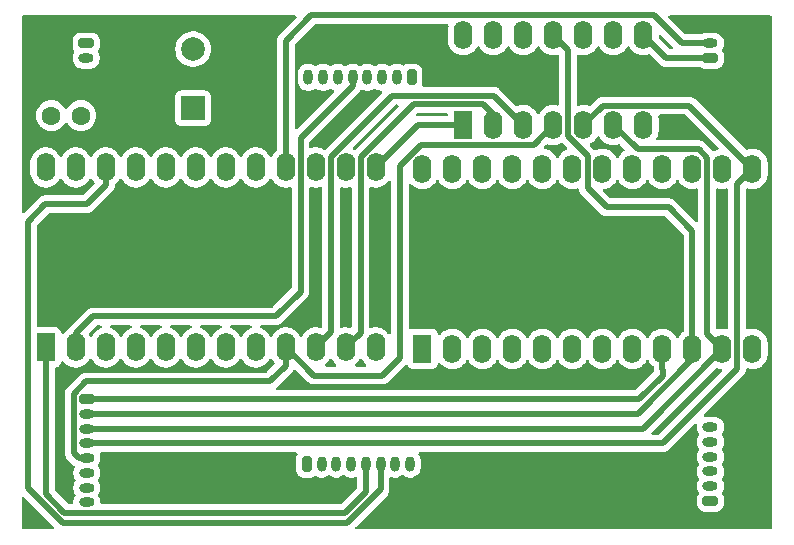
<source format=gbr>
%TF.GenerationSoftware,KiCad,Pcbnew,8.0.3*%
%TF.CreationDate,2024-07-14T22:50:11-07:00*%
%TF.ProjectId,Artemis ALU Module,41727465-6d69-4732-9041-4c55204d6f64,rev?*%
%TF.SameCoordinates,Original*%
%TF.FileFunction,Copper,L1,Top*%
%TF.FilePolarity,Positive*%
%FSLAX46Y46*%
G04 Gerber Fmt 4.6, Leading zero omitted, Abs format (unit mm)*
G04 Created by KiCad (PCBNEW 8.0.3) date 2024-07-14 22:50:11*
%MOMM*%
%LPD*%
G01*
G04 APERTURE LIST*
G04 Aperture macros list*
%AMRoundRect*
0 Rectangle with rounded corners*
0 $1 Rounding radius*
0 $2 $3 $4 $5 $6 $7 $8 $9 X,Y pos of 4 corners*
0 Add a 4 corners polygon primitive as box body*
4,1,4,$2,$3,$4,$5,$6,$7,$8,$9,$2,$3,0*
0 Add four circle primitives for the rounded corners*
1,1,$1+$1,$2,$3*
1,1,$1+$1,$4,$5*
1,1,$1+$1,$6,$7*
1,1,$1+$1,$8,$9*
0 Add four rect primitives between the rounded corners*
20,1,$1+$1,$2,$3,$4,$5,0*
20,1,$1+$1,$4,$5,$6,$7,0*
20,1,$1+$1,$6,$7,$8,$9,0*
20,1,$1+$1,$8,$9,$2,$3,0*%
G04 Aperture macros list end*
%TA.AperFunction,ComponentPad*%
%ADD10R,1.600000X2.400000*%
%TD*%
%TA.AperFunction,ComponentPad*%
%ADD11O,1.600000X2.400000*%
%TD*%
%TA.AperFunction,ComponentPad*%
%ADD12RoundRect,0.200000X0.450000X-0.200000X0.450000X0.200000X-0.450000X0.200000X-0.450000X-0.200000X0*%
%TD*%
%TA.AperFunction,ComponentPad*%
%ADD13O,1.300000X0.800000*%
%TD*%
%TA.AperFunction,ComponentPad*%
%ADD14RoundRect,0.200000X-0.200000X-0.450000X0.200000X-0.450000X0.200000X0.450000X-0.200000X0.450000X0*%
%TD*%
%TA.AperFunction,ComponentPad*%
%ADD15O,0.800000X1.300000*%
%TD*%
%TA.AperFunction,ComponentPad*%
%ADD16RoundRect,0.200000X-0.450000X0.200000X-0.450000X-0.200000X0.450000X-0.200000X0.450000X0.200000X0*%
%TD*%
%TA.AperFunction,ComponentPad*%
%ADD17C,1.600000*%
%TD*%
%TA.AperFunction,ComponentPad*%
%ADD18RoundRect,0.200000X0.200000X0.450000X-0.200000X0.450000X-0.200000X-0.450000X0.200000X-0.450000X0*%
%TD*%
%TA.AperFunction,ComponentPad*%
%ADD19R,2.000000X2.000000*%
%TD*%
%TA.AperFunction,ComponentPad*%
%ADD20C,2.000000*%
%TD*%
%TA.AperFunction,Conductor*%
%ADD21C,0.500000*%
%TD*%
G04 APERTURE END LIST*
D10*
%TO.P,U3,1*%
%TO.N,/F7*%
X179375000Y-80300000D03*
D11*
%TO.P,U3,2*%
%TO.N,/F6*%
X181915000Y-80300000D03*
%TO.P,U3,3*%
%TO.N,/F5*%
X184455000Y-80300000D03*
%TO.P,U3,4*%
%TO.N,/F4*%
X186995000Y-80300000D03*
%TO.P,U3,5*%
%TO.N,/F3*%
X189535000Y-80300000D03*
%TO.P,U3,6*%
%TO.N,/F2*%
X192075000Y-80300000D03*
%TO.P,U3,7,GND*%
%TO.N,GNDREF*%
X194615000Y-80300000D03*
%TO.P,U3,8*%
%TO.N,/Zero flag*%
X194615000Y-72680000D03*
%TO.P,U3,9*%
%TO.N,N/C*%
X192075000Y-72680000D03*
%TO.P,U3,10*%
X189535000Y-72680000D03*
%TO.P,U3,11*%
%TO.N,/F1*%
X186995000Y-72680000D03*
%TO.P,U3,12*%
%TO.N,/F0*%
X184455000Y-72680000D03*
%TO.P,U3,13*%
%TO.N,N/C*%
X181915000Y-72680000D03*
%TO.P,U3,14,VCC*%
%TO.N,VCC*%
X179375000Y-72680000D03*
%TD*%
D12*
%TO.P,J4,1,Pin_1*%
%TO.N,/S0*%
X200300000Y-112125000D03*
D13*
%TO.P,J4,2,Pin_2*%
%TO.N,/S1*%
X200300000Y-110875000D03*
%TO.P,J4,3,Pin_3*%
%TO.N,/S2*%
X200300000Y-109625000D03*
%TO.P,J4,4,Pin_4*%
%TO.N,/S3*%
X200300000Y-108375000D03*
%TO.P,J4,5,Pin_5*%
%TO.N,/M*%
X200300000Y-107125000D03*
%TO.P,J4,6,Pin_6*%
%TO.N,/~{Cn}*%
X200300000Y-105875000D03*
%TD*%
D14*
%TO.P,J1,1,Pin_1*%
%TO.N,/B0*%
X166125000Y-109000000D03*
D15*
%TO.P,J1,2,Pin_2*%
%TO.N,/B1*%
X167375000Y-109000000D03*
%TO.P,J1,3,Pin_3*%
%TO.N,/B2*%
X168625000Y-109000000D03*
%TO.P,J1,4,Pin_4*%
%TO.N,/B3*%
X169875000Y-109000000D03*
%TO.P,J1,5,Pin_5*%
%TO.N,/B4*%
X171125000Y-109000000D03*
%TO.P,J1,6,Pin_6*%
%TO.N,/B5*%
X172375000Y-109000000D03*
%TO.P,J1,7,Pin_7*%
%TO.N,/B6*%
X173625000Y-109000000D03*
%TO.P,J1,8,Pin_8*%
%TO.N,/B7*%
X174875000Y-109000000D03*
%TD*%
D16*
%TO.P,J6,1,Pin_1*%
%TO.N,VCC*%
X147450000Y-73375000D03*
D13*
%TO.P,J6,2,Pin_2*%
%TO.N,GNDREF*%
X147450000Y-74625000D03*
%TD*%
D16*
%TO.P,J3,1,Pin_1*%
%TO.N,/F0*%
X147500000Y-103500000D03*
D13*
%TO.P,J3,2,Pin_2*%
%TO.N,/F1*%
X147500000Y-104750000D03*
%TO.P,J3,3,Pin_3*%
%TO.N,/F2*%
X147500000Y-106000000D03*
%TO.P,J3,4,Pin_4*%
%TO.N,/F3*%
X147500000Y-107250000D03*
%TO.P,J3,5,Pin_5*%
%TO.N,/F4*%
X147500000Y-108500000D03*
%TO.P,J3,6,Pin_6*%
%TO.N,/F5*%
X147500000Y-109750000D03*
%TO.P,J3,7,Pin_7*%
%TO.N,/F6*%
X147500000Y-111000000D03*
%TO.P,J3,8,Pin_8*%
%TO.N,/F7*%
X147500000Y-112250000D03*
%TD*%
D17*
%TO.P,C2,1*%
%TO.N,VCC*%
X147000000Y-79500000D03*
%TO.P,C2,2*%
%TO.N,GNDREF*%
X144500000Y-79500000D03*
%TD*%
D10*
%TO.P,U2,1,B0*%
%TO.N,/B0*%
X175920000Y-99240000D03*
D11*
%TO.P,U2,2,A0*%
%TO.N,/A0*%
X178460000Y-99240000D03*
%TO.P,U2,3,S3*%
%TO.N,/S3*%
X181000000Y-99240000D03*
%TO.P,U2,4,S2*%
%TO.N,/S2*%
X183540000Y-99240000D03*
%TO.P,U2,5,S1*%
%TO.N,/S1*%
X186080000Y-99240000D03*
%TO.P,U2,6,S0*%
%TO.N,/S0*%
X188620000Y-99240000D03*
%TO.P,U2,7,Cn*%
%TO.N,/~{Cn}*%
X191160000Y-99240000D03*
%TO.P,U2,8,M*%
%TO.N,/M*%
X193700000Y-99240000D03*
%TO.P,U2,9,F0*%
%TO.N,/F0*%
X196240000Y-99240000D03*
%TO.P,U2,10,F1*%
%TO.N,/F1*%
X198780000Y-99240000D03*
%TO.P,U2,11,F2*%
%TO.N,/F2*%
X201320000Y-99240000D03*
%TO.P,U2,12,GND*%
%TO.N,GNDREF*%
X203860000Y-99240000D03*
%TO.P,U2,13,F3*%
%TO.N,/F3*%
X203860000Y-84000000D03*
%TO.P,U2,14,A=B*%
%TO.N,unconnected-(U2-A=B-Pad14)*%
X201320000Y-84000000D03*
%TO.P,U2,15,X*%
%TO.N,unconnected-(U2-X-Pad15)*%
X198780000Y-84000000D03*
%TO.P,U2,16,Cn+4*%
%TO.N,Net-(U1-Cn)*%
X196240000Y-84000000D03*
%TO.P,U2,17,Y*%
%TO.N,unconnected-(U2-Y-Pad17)*%
X193700000Y-84000000D03*
%TO.P,U2,18,B3*%
%TO.N,/B3*%
X191160000Y-84000000D03*
%TO.P,U2,19,A3*%
%TO.N,/A3*%
X188620000Y-84000000D03*
%TO.P,U2,20,B2*%
%TO.N,/B2*%
X186080000Y-84000000D03*
%TO.P,U2,21,A2*%
%TO.N,/A2*%
X183540000Y-84000000D03*
%TO.P,U2,22,B1*%
%TO.N,/B1*%
X181000000Y-84000000D03*
%TO.P,U2,23,A1*%
%TO.N,/A1*%
X178460000Y-84000000D03*
%TO.P,U2,24,VCC*%
%TO.N,VCC*%
X175920000Y-84000000D03*
%TD*%
D12*
%TO.P,J5,1,Pin_1*%
%TO.N,/Zero flag*%
X200300000Y-74625000D03*
D13*
%TO.P,J5,2,Pin_2*%
%TO.N,/~{Carry flag}*%
X200300000Y-73375000D03*
%TD*%
D18*
%TO.P,J2,1,Pin_1*%
%TO.N,/A0*%
X175000000Y-76250000D03*
D15*
%TO.P,J2,2,Pin_2*%
%TO.N,/A1*%
X173750000Y-76250000D03*
%TO.P,J2,3,Pin_3*%
%TO.N,/A2*%
X172500000Y-76250000D03*
%TO.P,J2,4,Pin_4*%
%TO.N,/A3*%
X171250000Y-76250000D03*
%TO.P,J2,5,Pin_5*%
%TO.N,/A4*%
X170000000Y-76250000D03*
%TO.P,J2,6,Pin_6*%
%TO.N,/A5*%
X168750000Y-76250000D03*
%TO.P,J2,7,Pin_7*%
%TO.N,/A6*%
X167500000Y-76250000D03*
%TO.P,J2,8,Pin_8*%
%TO.N,/A7*%
X166250000Y-76250000D03*
%TD*%
D10*
%TO.P,U1,1,B0*%
%TO.N,/B4*%
X144025000Y-99125000D03*
D11*
%TO.P,U1,2,A0*%
%TO.N,/A4*%
X146565000Y-99125000D03*
%TO.P,U1,3,S3*%
%TO.N,/S3*%
X149105000Y-99125000D03*
%TO.P,U1,4,S2*%
%TO.N,/S2*%
X151645000Y-99125000D03*
%TO.P,U1,5,S1*%
%TO.N,/S1*%
X154185000Y-99125000D03*
%TO.P,U1,6,S0*%
%TO.N,/S0*%
X156725000Y-99125000D03*
%TO.P,U1,7,Cn*%
%TO.N,Net-(U1-Cn)*%
X159265000Y-99125000D03*
%TO.P,U1,8,M*%
%TO.N,/M*%
X161805000Y-99125000D03*
%TO.P,U1,9,F0*%
%TO.N,/F4*%
X164345000Y-99125000D03*
%TO.P,U1,10,F1*%
%TO.N,/F5*%
X166885000Y-99125000D03*
%TO.P,U1,11,F2*%
%TO.N,/F6*%
X169425000Y-99125000D03*
%TO.P,U1,12,GND*%
%TO.N,GNDREF*%
X171965000Y-99125000D03*
%TO.P,U1,13,F3*%
%TO.N,/F7*%
X171965000Y-83885000D03*
%TO.P,U1,14,A=B*%
%TO.N,unconnected-(U1-A=B-Pad14)*%
X169425000Y-83885000D03*
%TO.P,U1,15,X*%
%TO.N,unconnected-(U1-X-Pad15)*%
X166885000Y-83885000D03*
%TO.P,U1,16,Cn+4*%
%TO.N,/~{Carry flag}*%
X164345000Y-83885000D03*
%TO.P,U1,17,Y*%
%TO.N,unconnected-(U1-Y-Pad17)*%
X161805000Y-83885000D03*
%TO.P,U1,18,B3*%
%TO.N,/B7*%
X159265000Y-83885000D03*
%TO.P,U1,19,A3*%
%TO.N,/A7*%
X156725000Y-83885000D03*
%TO.P,U1,20,B2*%
%TO.N,/B6*%
X154185000Y-83885000D03*
%TO.P,U1,21,A2*%
%TO.N,/A6*%
X151645000Y-83885000D03*
%TO.P,U1,22,B1*%
%TO.N,/B5*%
X149105000Y-83885000D03*
%TO.P,U1,23,A1*%
%TO.N,/A5*%
X146565000Y-83885000D03*
%TO.P,U1,24,VCC*%
%TO.N,VCC*%
X144025000Y-83885000D03*
%TD*%
D19*
%TO.P,C1,1*%
%TO.N,VCC*%
X156500000Y-78867677D03*
D20*
%TO.P,C1,2*%
%TO.N,GNDREF*%
X156500000Y-73867677D03*
%TD*%
D21*
%TO.N,/F7*%
X171965000Y-83885000D02*
X175550000Y-80300000D01*
X175550000Y-80300000D02*
X179375000Y-80300000D01*
%TO.N,/A4*%
X165595000Y-94405000D02*
X165595000Y-81405000D01*
X170000000Y-77000000D02*
X170000000Y-76250000D01*
X165595000Y-81405000D02*
X170000000Y-77000000D01*
X163500000Y-96500000D02*
X165595000Y-94405000D01*
X146565000Y-99125000D02*
X146565000Y-97935000D01*
X146565000Y-97935000D02*
X148000000Y-96500000D01*
X148000000Y-96500000D02*
X163500000Y-96500000D01*
%TO.N,/F4*%
X146400000Y-103025220D02*
X147425220Y-102000000D01*
X147425220Y-102000000D02*
X163000000Y-102000000D01*
X185345000Y-81950000D02*
X175802233Y-81950000D01*
X175802233Y-81950000D02*
X174000000Y-83752233D01*
X166720000Y-101500000D02*
X164345000Y-99125000D01*
X146850000Y-108500000D02*
X146400000Y-108050000D01*
X174000000Y-100000000D02*
X172500000Y-101500000D01*
X186995000Y-80300000D02*
X185345000Y-81950000D01*
X172500000Y-101500000D02*
X166720000Y-101500000D01*
X163000000Y-102000000D02*
X164345000Y-100655000D01*
X146400000Y-108050000D02*
X146400000Y-103025220D01*
X174000000Y-83752233D02*
X174000000Y-100000000D01*
X164345000Y-100655000D02*
X164345000Y-99125000D01*
X147500000Y-108500000D02*
X146850000Y-108500000D01*
%TO.N,/B4*%
X171125000Y-111375000D02*
X171125000Y-109000000D01*
X144025000Y-99125000D02*
X144025000Y-111525000D01*
X145600000Y-113100000D02*
X169400000Y-113100000D01*
X144025000Y-111525000D02*
X145600000Y-113100000D01*
X169400000Y-113100000D02*
X171125000Y-111375000D01*
%TO.N,/F6*%
X170675000Y-83007233D02*
X170675000Y-97875000D01*
X175182233Y-78500000D02*
X170675000Y-83007233D01*
X170675000Y-97875000D02*
X169425000Y-99125000D01*
X181915000Y-80300000D02*
X181915000Y-79400000D01*
X181015000Y-78500000D02*
X175182233Y-78500000D01*
X181915000Y-79400000D02*
X181015000Y-78500000D01*
%TO.N,/F5*%
X184455000Y-80300000D02*
X181955000Y-77800000D01*
X181955000Y-77800000D02*
X173342233Y-77800000D01*
X168175000Y-97835000D02*
X166885000Y-99125000D01*
X168175000Y-82967233D02*
X168175000Y-97835000D01*
X173342233Y-77800000D02*
X168175000Y-82967233D01*
%TO.N,/B5*%
X142500000Y-88500000D02*
X144000000Y-87000000D01*
X172375000Y-109000000D02*
X172375000Y-111125000D01*
X144000000Y-87000000D02*
X147500000Y-87000000D01*
X169500000Y-114000000D02*
X145500000Y-114000000D01*
X145500000Y-114000000D02*
X142500000Y-111000000D01*
X172375000Y-111125000D02*
X169500000Y-114000000D01*
X149105000Y-85395000D02*
X149105000Y-83885000D01*
X142500000Y-111000000D02*
X142500000Y-88500000D01*
X147500000Y-87000000D02*
X149105000Y-85395000D01*
%TO.N,/~{Carry flag}*%
X166500000Y-71000000D02*
X164345000Y-73155000D01*
X200300000Y-73375000D02*
X197875000Y-73375000D01*
X164345000Y-73155000D02*
X164345000Y-83885000D01*
X195500000Y-71000000D02*
X166500000Y-71000000D01*
X197875000Y-73375000D02*
X195500000Y-71000000D01*
%TO.N,/F2*%
X194560000Y-106000000D02*
X201320000Y-99240000D01*
X147500000Y-106000000D02*
X194560000Y-106000000D01*
X200030000Y-97950000D02*
X201320000Y-99240000D01*
X200030000Y-83082233D02*
X200030000Y-97950000D01*
X199297767Y-82350000D02*
X200030000Y-83082233D01*
X192075000Y-80300000D02*
X194125000Y-82350000D01*
X194125000Y-82350000D02*
X199297767Y-82350000D01*
%TO.N,/F0*%
X196250000Y-101500000D02*
X196250000Y-101000000D01*
X147500000Y-103500000D02*
X194250000Y-103500000D01*
X196250000Y-101000000D02*
X196240000Y-100990000D01*
X196240000Y-100990000D02*
X196240000Y-99240000D01*
X194250000Y-103500000D02*
X196250000Y-101500000D01*
%TO.N,/F1*%
X188250000Y-81250000D02*
X189910000Y-82910000D01*
X189910000Y-82910000D02*
X189910000Y-85660000D01*
X147500000Y-104750000D02*
X194170000Y-104750000D01*
X191500000Y-87250000D02*
X196750000Y-87250000D01*
X189910000Y-85660000D02*
X191500000Y-87250000D01*
X194170000Y-104750000D02*
X198780000Y-100140000D01*
X188250000Y-73935000D02*
X188250000Y-81250000D01*
X198780000Y-89280000D02*
X198780000Y-99240000D01*
X186995000Y-72680000D02*
X188250000Y-73935000D01*
X196750000Y-87250000D02*
X198780000Y-89280000D01*
X198780000Y-100140000D02*
X198780000Y-99240000D01*
%TO.N,/F3*%
X202570000Y-85290000D02*
X202570000Y-100930000D01*
X198510000Y-78650000D02*
X203860000Y-84000000D01*
X189535000Y-80300000D02*
X191185000Y-78650000D01*
X203860000Y-84000000D02*
X202570000Y-85290000D01*
X196250000Y-107250000D02*
X147500000Y-107250000D01*
X202570000Y-100930000D02*
X196250000Y-107250000D01*
X191185000Y-78650000D02*
X198510000Y-78650000D01*
%TO.N,/Zero flag*%
X196560000Y-74625000D02*
X194615000Y-72680000D01*
X200300000Y-74625000D02*
X196560000Y-74625000D01*
%TD*%
%TA.AperFunction,NonConductor*%
G36*
X196120703Y-72682516D02*
G01*
X196127181Y-72688548D01*
X197101452Y-73662819D01*
X197134937Y-73724142D01*
X197129953Y-73793834D01*
X197088081Y-73849767D01*
X197022617Y-73874184D01*
X197013771Y-73874500D01*
X196922229Y-73874500D01*
X196855190Y-73854815D01*
X196834548Y-73838181D01*
X195951819Y-72955451D01*
X195918334Y-72894128D01*
X195915500Y-72867770D01*
X195915500Y-72776229D01*
X195935185Y-72709190D01*
X195987989Y-72663435D01*
X196057147Y-72653491D01*
X196120703Y-72682516D01*
G37*
%TD.AperFunction*%
%TA.AperFunction,NonConductor*%
G36*
X178017539Y-79270185D02*
G01*
X178063294Y-79322989D01*
X178074500Y-79374500D01*
X178074500Y-79425500D01*
X178054815Y-79492539D01*
X178002011Y-79538294D01*
X177950500Y-79549500D01*
X175493463Y-79549500D01*
X175426424Y-79529815D01*
X175380669Y-79477011D01*
X175370725Y-79407853D01*
X175399750Y-79344297D01*
X175405782Y-79337819D01*
X175456782Y-79286819D01*
X175518105Y-79253334D01*
X175544463Y-79250500D01*
X177950500Y-79250500D01*
X178017539Y-79270185D01*
G37*
%TD.AperFunction*%
%TA.AperFunction,NonConductor*%
G36*
X178075986Y-71770185D02*
G01*
X178121741Y-71822989D01*
X178131685Y-71892147D01*
X178126878Y-71912818D01*
X178106523Y-71975461D01*
X178106523Y-71975464D01*
X178074500Y-72177648D01*
X178074500Y-73182351D01*
X178106522Y-73384534D01*
X178169781Y-73579223D01*
X178262715Y-73761613D01*
X178383028Y-73927213D01*
X178527786Y-74071971D01*
X178682749Y-74184556D01*
X178693390Y-74192287D01*
X178809607Y-74251503D01*
X178875776Y-74285218D01*
X178875778Y-74285218D01*
X178875781Y-74285220D01*
X178980137Y-74319127D01*
X179070465Y-74348477D01*
X179157954Y-74362334D01*
X179272648Y-74380500D01*
X179272649Y-74380500D01*
X179477351Y-74380500D01*
X179477352Y-74380500D01*
X179679534Y-74348477D01*
X179874219Y-74285220D01*
X180056610Y-74192287D01*
X180162314Y-74115489D01*
X180222213Y-74071971D01*
X180222215Y-74071968D01*
X180222219Y-74071966D01*
X180366966Y-73927219D01*
X180366968Y-73927215D01*
X180366971Y-73927213D01*
X180487284Y-73761614D01*
X180487285Y-73761613D01*
X180487287Y-73761610D01*
X180534516Y-73668917D01*
X180582489Y-73618123D01*
X180650310Y-73601328D01*
X180716445Y-73623865D01*
X180755485Y-73668919D01*
X180802715Y-73761614D01*
X180923028Y-73927213D01*
X181067786Y-74071971D01*
X181222749Y-74184556D01*
X181233390Y-74192287D01*
X181349607Y-74251503D01*
X181415776Y-74285218D01*
X181415778Y-74285218D01*
X181415781Y-74285220D01*
X181520137Y-74319127D01*
X181610465Y-74348477D01*
X181697954Y-74362334D01*
X181812648Y-74380500D01*
X181812649Y-74380500D01*
X182017351Y-74380500D01*
X182017352Y-74380500D01*
X182219534Y-74348477D01*
X182414219Y-74285220D01*
X182596610Y-74192287D01*
X182702314Y-74115489D01*
X182762213Y-74071971D01*
X182762215Y-74071968D01*
X182762219Y-74071966D01*
X182906966Y-73927219D01*
X182906968Y-73927215D01*
X182906971Y-73927213D01*
X183027284Y-73761614D01*
X183027285Y-73761613D01*
X183027287Y-73761610D01*
X183074516Y-73668917D01*
X183122489Y-73618123D01*
X183190310Y-73601328D01*
X183256445Y-73623865D01*
X183295485Y-73668919D01*
X183342715Y-73761614D01*
X183463028Y-73927213D01*
X183607786Y-74071971D01*
X183762749Y-74184556D01*
X183773390Y-74192287D01*
X183889607Y-74251503D01*
X183955776Y-74285218D01*
X183955778Y-74285218D01*
X183955781Y-74285220D01*
X184060137Y-74319127D01*
X184150465Y-74348477D01*
X184237954Y-74362334D01*
X184352648Y-74380500D01*
X184352649Y-74380500D01*
X184557351Y-74380500D01*
X184557352Y-74380500D01*
X184759534Y-74348477D01*
X184954219Y-74285220D01*
X185136610Y-74192287D01*
X185242314Y-74115489D01*
X185302213Y-74071971D01*
X185302215Y-74071968D01*
X185302219Y-74071966D01*
X185446966Y-73927219D01*
X185446968Y-73927215D01*
X185446971Y-73927213D01*
X185567284Y-73761614D01*
X185567285Y-73761613D01*
X185567287Y-73761610D01*
X185614516Y-73668917D01*
X185662489Y-73618123D01*
X185730310Y-73601328D01*
X185796445Y-73623865D01*
X185835485Y-73668919D01*
X185882715Y-73761614D01*
X186003028Y-73927213D01*
X186147786Y-74071971D01*
X186302749Y-74184556D01*
X186313390Y-74192287D01*
X186429607Y-74251503D01*
X186495776Y-74285218D01*
X186495778Y-74285218D01*
X186495781Y-74285220D01*
X186600137Y-74319127D01*
X186690465Y-74348477D01*
X186777954Y-74362334D01*
X186892648Y-74380500D01*
X186892649Y-74380500D01*
X187097351Y-74380500D01*
X187097352Y-74380500D01*
X187299534Y-74348477D01*
X187337180Y-74336244D01*
X187407020Y-74334248D01*
X187466854Y-74370327D01*
X187497683Y-74433027D01*
X187499500Y-74454175D01*
X187499500Y-78525823D01*
X187479815Y-78592862D01*
X187427011Y-78638617D01*
X187357853Y-78648561D01*
X187337184Y-78643755D01*
X187299535Y-78631523D01*
X187198443Y-78615511D01*
X187097352Y-78599500D01*
X186892648Y-78599500D01*
X186868329Y-78603351D01*
X186690465Y-78631522D01*
X186495776Y-78694781D01*
X186313386Y-78787715D01*
X186147786Y-78908028D01*
X186003028Y-79052786D01*
X185882715Y-79218386D01*
X185835485Y-79311080D01*
X185787510Y-79361876D01*
X185719689Y-79378671D01*
X185653554Y-79356134D01*
X185614515Y-79311080D01*
X185602153Y-79286819D01*
X185567287Y-79218390D01*
X185510563Y-79140315D01*
X185446971Y-79052786D01*
X185302213Y-78908028D01*
X185136613Y-78787715D01*
X185136612Y-78787714D01*
X185136610Y-78787713D01*
X185073787Y-78755703D01*
X184954223Y-78694781D01*
X184759534Y-78631522D01*
X184584995Y-78603878D01*
X184557352Y-78599500D01*
X184352648Y-78599500D01*
X184285254Y-78610174D01*
X184150464Y-78631523D01*
X184150461Y-78631523D01*
X183994361Y-78682244D01*
X183924520Y-78684239D01*
X183868362Y-78651994D01*
X182433421Y-77217052D01*
X182433414Y-77217046D01*
X182359729Y-77167812D01*
X182359729Y-77167813D01*
X182310491Y-77134913D01*
X182173917Y-77078343D01*
X182173907Y-77078340D01*
X182028920Y-77049500D01*
X182028918Y-77049500D01*
X175993334Y-77049500D01*
X175926295Y-77029815D01*
X175880540Y-76977011D01*
X175870596Y-76907853D01*
X175874945Y-76888621D01*
X175894086Y-76827196D01*
X175900500Y-76756616D01*
X175900500Y-75743384D01*
X175894086Y-75672804D01*
X175843478Y-75510394D01*
X175755472Y-75364815D01*
X175755470Y-75364813D01*
X175755469Y-75364811D01*
X175635188Y-75244530D01*
X175574679Y-75207951D01*
X175489606Y-75156522D01*
X175327196Y-75105914D01*
X175327194Y-75105913D01*
X175327192Y-75105913D01*
X175277778Y-75101423D01*
X175256616Y-75099500D01*
X174743384Y-75099500D01*
X174724145Y-75101248D01*
X174672807Y-75105913D01*
X174510391Y-75156523D01*
X174366875Y-75243281D01*
X174299321Y-75261117D01*
X174233834Y-75240265D01*
X174176555Y-75201991D01*
X174176540Y-75201983D01*
X174012667Y-75134106D01*
X174012658Y-75134103D01*
X173838694Y-75099500D01*
X173838691Y-75099500D01*
X173661309Y-75099500D01*
X173661306Y-75099500D01*
X173487341Y-75134103D01*
X173487332Y-75134106D01*
X173323459Y-75201983D01*
X173323446Y-75201990D01*
X173193891Y-75288557D01*
X173127213Y-75309435D01*
X173059833Y-75290950D01*
X173056109Y-75288557D01*
X172926553Y-75201990D01*
X172926540Y-75201983D01*
X172762667Y-75134106D01*
X172762658Y-75134103D01*
X172588694Y-75099500D01*
X172588691Y-75099500D01*
X172411309Y-75099500D01*
X172411306Y-75099500D01*
X172237341Y-75134103D01*
X172237332Y-75134106D01*
X172073459Y-75201983D01*
X172073446Y-75201990D01*
X171943891Y-75288557D01*
X171877213Y-75309435D01*
X171809833Y-75290950D01*
X171806109Y-75288557D01*
X171676553Y-75201990D01*
X171676540Y-75201983D01*
X171512667Y-75134106D01*
X171512658Y-75134103D01*
X171338694Y-75099500D01*
X171338691Y-75099500D01*
X171161309Y-75099500D01*
X171161306Y-75099500D01*
X170987341Y-75134103D01*
X170987332Y-75134106D01*
X170823459Y-75201983D01*
X170823446Y-75201990D01*
X170693891Y-75288557D01*
X170627213Y-75309435D01*
X170559833Y-75290950D01*
X170556109Y-75288557D01*
X170426553Y-75201990D01*
X170426540Y-75201983D01*
X170262667Y-75134106D01*
X170262658Y-75134103D01*
X170088694Y-75099500D01*
X170088691Y-75099500D01*
X169911309Y-75099500D01*
X169911306Y-75099500D01*
X169737341Y-75134103D01*
X169737332Y-75134106D01*
X169573459Y-75201983D01*
X169573446Y-75201990D01*
X169443891Y-75288557D01*
X169377213Y-75309435D01*
X169309833Y-75290950D01*
X169306109Y-75288557D01*
X169176553Y-75201990D01*
X169176540Y-75201983D01*
X169012667Y-75134106D01*
X169012658Y-75134103D01*
X168838694Y-75099500D01*
X168838691Y-75099500D01*
X168661309Y-75099500D01*
X168661306Y-75099500D01*
X168487341Y-75134103D01*
X168487332Y-75134106D01*
X168323459Y-75201983D01*
X168323446Y-75201990D01*
X168193891Y-75288557D01*
X168127213Y-75309435D01*
X168059833Y-75290950D01*
X168056109Y-75288557D01*
X167926553Y-75201990D01*
X167926540Y-75201983D01*
X167762667Y-75134106D01*
X167762658Y-75134103D01*
X167588694Y-75099500D01*
X167588691Y-75099500D01*
X167411309Y-75099500D01*
X167411306Y-75099500D01*
X167237341Y-75134103D01*
X167237332Y-75134106D01*
X167073459Y-75201983D01*
X167073446Y-75201990D01*
X166943891Y-75288557D01*
X166877213Y-75309435D01*
X166809833Y-75290950D01*
X166806109Y-75288557D01*
X166676553Y-75201990D01*
X166676540Y-75201983D01*
X166512667Y-75134106D01*
X166512658Y-75134103D01*
X166338694Y-75099500D01*
X166338691Y-75099500D01*
X166161309Y-75099500D01*
X166161306Y-75099500D01*
X165987341Y-75134103D01*
X165987332Y-75134106D01*
X165823459Y-75201983D01*
X165823446Y-75201990D01*
X165675965Y-75300535D01*
X165675961Y-75300538D01*
X165550538Y-75425961D01*
X165550535Y-75425965D01*
X165451990Y-75573446D01*
X165451983Y-75573459D01*
X165384106Y-75737332D01*
X165384103Y-75737341D01*
X165349500Y-75911304D01*
X165349500Y-76588695D01*
X165384103Y-76762658D01*
X165384106Y-76762667D01*
X165451983Y-76926540D01*
X165451990Y-76926553D01*
X165550535Y-77074034D01*
X165550538Y-77074038D01*
X165675961Y-77199461D01*
X165675965Y-77199464D01*
X165823446Y-77298009D01*
X165823459Y-77298016D01*
X165946363Y-77348923D01*
X165987334Y-77365894D01*
X165987336Y-77365894D01*
X165987341Y-77365896D01*
X166161304Y-77400499D01*
X166161307Y-77400500D01*
X166161309Y-77400500D01*
X166338693Y-77400500D01*
X166338694Y-77400499D01*
X166396682Y-77388964D01*
X166512658Y-77365896D01*
X166512661Y-77365894D01*
X166512666Y-77365894D01*
X166676547Y-77298013D01*
X166806109Y-77211442D01*
X166872786Y-77190564D01*
X166940166Y-77209048D01*
X166943891Y-77211442D01*
X167073453Y-77298013D01*
X167073455Y-77298014D01*
X167073459Y-77298016D01*
X167196363Y-77348923D01*
X167237334Y-77365894D01*
X167237336Y-77365894D01*
X167237341Y-77365896D01*
X167411304Y-77400499D01*
X167411307Y-77400500D01*
X167411309Y-77400500D01*
X167588693Y-77400500D01*
X167588694Y-77400499D01*
X167646682Y-77388964D01*
X167762658Y-77365896D01*
X167762661Y-77365894D01*
X167762666Y-77365894D01*
X167926547Y-77298013D01*
X168056109Y-77211442D01*
X168122786Y-77190564D01*
X168190166Y-77209048D01*
X168193891Y-77211442D01*
X168323453Y-77298013D01*
X168376271Y-77319890D01*
X168430672Y-77363730D01*
X168452738Y-77430024D01*
X168435459Y-77497723D01*
X168416498Y-77522132D01*
X165307181Y-80631450D01*
X165245858Y-80664935D01*
X165176166Y-80659951D01*
X165120233Y-80618079D01*
X165095816Y-80552615D01*
X165095500Y-80543769D01*
X165095500Y-73517229D01*
X165115185Y-73450190D01*
X165131819Y-73429548D01*
X166774548Y-71786819D01*
X166835871Y-71753334D01*
X166862229Y-71750500D01*
X178008947Y-71750500D01*
X178075986Y-71770185D01*
G37*
%TD.AperFunction*%
%TA.AperFunction,NonConductor*%
G36*
X173838042Y-78570185D02*
G01*
X173883797Y-78622989D01*
X173893741Y-78692147D01*
X173864716Y-78755703D01*
X173858684Y-78762181D01*
X170263476Y-82357387D01*
X170202153Y-82390872D01*
X170132461Y-82385888D01*
X170111214Y-82374512D01*
X170110759Y-82375256D01*
X170106603Y-82372709D01*
X170076022Y-82357127D01*
X170025227Y-82309153D01*
X170008432Y-82241332D01*
X170030970Y-82175197D01*
X170044631Y-82158968D01*
X173616782Y-78586819D01*
X173678105Y-78553334D01*
X173704463Y-78550500D01*
X173771003Y-78550500D01*
X173838042Y-78570185D01*
G37*
%TD.AperFunction*%
%TA.AperFunction,NonConductor*%
G36*
X171940166Y-77209048D02*
G01*
X171943891Y-77211442D01*
X172073453Y-77298013D01*
X172073455Y-77298014D01*
X172073459Y-77298016D01*
X172196363Y-77348923D01*
X172237334Y-77365894D01*
X172237336Y-77365894D01*
X172237341Y-77365896D01*
X172408194Y-77399881D01*
X172470105Y-77432266D01*
X172504679Y-77492982D01*
X172500940Y-77562751D01*
X172471684Y-77609179D01*
X167723476Y-82357387D01*
X167662153Y-82390872D01*
X167592461Y-82385888D01*
X167571214Y-82374512D01*
X167570759Y-82375256D01*
X167566608Y-82372712D01*
X167384223Y-82279781D01*
X167189534Y-82216522D01*
X167014995Y-82188878D01*
X166987352Y-82184500D01*
X166782648Y-82184500D01*
X166715254Y-82195174D01*
X166580464Y-82216523D01*
X166580461Y-82216523D01*
X166507818Y-82240127D01*
X166437977Y-82242122D01*
X166378144Y-82206042D01*
X166347316Y-82143341D01*
X166345500Y-82122196D01*
X166345500Y-81767230D01*
X166365185Y-81700191D01*
X166381819Y-81679549D01*
X170582947Y-77478421D01*
X170582952Y-77478416D01*
X170635427Y-77399881D01*
X170652992Y-77373593D01*
X170652996Y-77373586D01*
X170665084Y-77355495D01*
X170665086Y-77355489D01*
X170665965Y-77353848D01*
X170666652Y-77353147D01*
X170668473Y-77350424D01*
X170668989Y-77350768D01*
X170714924Y-77304001D01*
X170783061Y-77288537D01*
X170822778Y-77297734D01*
X170949986Y-77350424D01*
X170987334Y-77365894D01*
X170987336Y-77365894D01*
X170987341Y-77365896D01*
X171161304Y-77400499D01*
X171161307Y-77400500D01*
X171161309Y-77400500D01*
X171338693Y-77400500D01*
X171338694Y-77400499D01*
X171396682Y-77388964D01*
X171512658Y-77365896D01*
X171512661Y-77365894D01*
X171512666Y-77365894D01*
X171676547Y-77298013D01*
X171806109Y-77211442D01*
X171872786Y-77190564D01*
X171940166Y-77209048D01*
G37*
%TD.AperFunction*%
%TA.AperFunction,NonConductor*%
G36*
X198214809Y-79420185D02*
G01*
X198235451Y-79436819D01*
X199641764Y-80843132D01*
X200958947Y-82160314D01*
X200992432Y-82221637D01*
X200987448Y-82291329D01*
X200945576Y-82347262D01*
X200909585Y-82365925D01*
X200898939Y-82369385D01*
X200820776Y-82394781D01*
X200638382Y-82487717D01*
X200634235Y-82490259D01*
X200633032Y-82488296D01*
X200576099Y-82508515D01*
X200508069Y-82492589D01*
X200481523Y-82472388D01*
X199776188Y-81767052D01*
X199776181Y-81767046D01*
X199702496Y-81717812D01*
X199702496Y-81717813D01*
X199653258Y-81684913D01*
X199516684Y-81628343D01*
X199516674Y-81628340D01*
X199371687Y-81599500D01*
X199371685Y-81599500D01*
X195812345Y-81599500D01*
X195745306Y-81579815D01*
X195699551Y-81527011D01*
X195689607Y-81457853D01*
X195712026Y-81402615D01*
X195727287Y-81381610D01*
X195820220Y-81199219D01*
X195883477Y-81004534D01*
X195915500Y-80802352D01*
X195915500Y-79797648D01*
X195883477Y-79595466D01*
X195883475Y-79595462D01*
X195883475Y-79595457D01*
X195872870Y-79562817D01*
X195870875Y-79492976D01*
X195906956Y-79433143D01*
X195969657Y-79402316D01*
X195990801Y-79400500D01*
X198147770Y-79400500D01*
X198214809Y-79420185D01*
G37*
%TD.AperFunction*%
%TA.AperFunction,NonConductor*%
G36*
X190876445Y-81243865D02*
G01*
X190915485Y-81288919D01*
X190962715Y-81381614D01*
X191083028Y-81547213D01*
X191227786Y-81691971D01*
X191350350Y-81781017D01*
X191393390Y-81812287D01*
X191509607Y-81871503D01*
X191575776Y-81905218D01*
X191575778Y-81905218D01*
X191575781Y-81905220D01*
X191680137Y-81939127D01*
X191770465Y-81968477D01*
X191871557Y-81984488D01*
X191972648Y-82000500D01*
X191972649Y-82000500D01*
X192177351Y-82000500D01*
X192177352Y-82000500D01*
X192379534Y-81968477D01*
X192535640Y-81917754D01*
X192605478Y-81915760D01*
X192661637Y-81948005D01*
X193021694Y-82308062D01*
X193055179Y-82369385D01*
X193050195Y-82439077D01*
X193008323Y-82495010D01*
X193006898Y-82496061D01*
X192852787Y-82608028D01*
X192852782Y-82608032D01*
X192708028Y-82752786D01*
X192587715Y-82918386D01*
X192540485Y-83011080D01*
X192492510Y-83061876D01*
X192424689Y-83078671D01*
X192358554Y-83056134D01*
X192319515Y-83011080D01*
X192306622Y-82985776D01*
X192272287Y-82918390D01*
X192256078Y-82896080D01*
X192151971Y-82752786D01*
X192007213Y-82608028D01*
X191841613Y-82487715D01*
X191841612Y-82487714D01*
X191841610Y-82487713D01*
X191746157Y-82439077D01*
X191659223Y-82394781D01*
X191464534Y-82331522D01*
X191289995Y-82303878D01*
X191262352Y-82299500D01*
X191057648Y-82299500D01*
X191003591Y-82308062D01*
X190855464Y-82331523D01*
X190855461Y-82331523D01*
X190660781Y-82394779D01*
X190660780Y-82394779D01*
X190605490Y-82422951D01*
X190536821Y-82435847D01*
X190472081Y-82409570D01*
X190461515Y-82400148D01*
X190427293Y-82365926D01*
X190388416Y-82327049D01*
X190110097Y-82048729D01*
X190076613Y-81987408D01*
X190081597Y-81917716D01*
X190123469Y-81861783D01*
X190141485Y-81850565D01*
X190216610Y-81812287D01*
X190278879Y-81767046D01*
X190382213Y-81691971D01*
X190382215Y-81691968D01*
X190382219Y-81691966D01*
X190526966Y-81547219D01*
X190526968Y-81547215D01*
X190526971Y-81547213D01*
X190647284Y-81381614D01*
X190647283Y-81381614D01*
X190647287Y-81381610D01*
X190694516Y-81288917D01*
X190742489Y-81238123D01*
X190810310Y-81221328D01*
X190876445Y-81243865D01*
G37*
%TD.AperFunction*%
%TA.AperFunction,NonConductor*%
G36*
X187778975Y-81841485D02*
G01*
X187789541Y-81850909D01*
X188140957Y-82202325D01*
X188174442Y-82263648D01*
X188169458Y-82333340D01*
X188127586Y-82389273D01*
X188109571Y-82400491D01*
X187938386Y-82487715D01*
X187772786Y-82608028D01*
X187628028Y-82752786D01*
X187507715Y-82918386D01*
X187460485Y-83011080D01*
X187412510Y-83061876D01*
X187344689Y-83078671D01*
X187278554Y-83056134D01*
X187239515Y-83011080D01*
X187226622Y-82985776D01*
X187192287Y-82918390D01*
X187176078Y-82896080D01*
X187071971Y-82752786D01*
X186927213Y-82608028D01*
X186761613Y-82487715D01*
X186761612Y-82487714D01*
X186761610Y-82487713D01*
X186666157Y-82439077D01*
X186579223Y-82394781D01*
X186384534Y-82331522D01*
X186314391Y-82320413D01*
X186251256Y-82290484D01*
X186214325Y-82231172D01*
X186215323Y-82161309D01*
X186246104Y-82110262D01*
X186408364Y-81948002D01*
X186469684Y-81914520D01*
X186534359Y-81917754D01*
X186620847Y-81945856D01*
X186690465Y-81968477D01*
X186791557Y-81984488D01*
X186892648Y-82000500D01*
X186892649Y-82000500D01*
X187097351Y-82000500D01*
X187097352Y-82000500D01*
X187299534Y-81968477D01*
X187494219Y-81905220D01*
X187645565Y-81828104D01*
X187714234Y-81815209D01*
X187778975Y-81841485D01*
G37*
%TD.AperFunction*%
%TA.AperFunction,NonConductor*%
G36*
X165206310Y-71019685D02*
G01*
X165252065Y-71072489D01*
X165262009Y-71141647D01*
X165232984Y-71205203D01*
X165226952Y-71211681D01*
X163762047Y-72676584D01*
X163758084Y-72682516D01*
X163739777Y-72709916D01*
X163709743Y-72754864D01*
X163679914Y-72799507D01*
X163623343Y-72936082D01*
X163623340Y-72936092D01*
X163594500Y-73081079D01*
X163594500Y-82359582D01*
X163574815Y-82426621D01*
X163543385Y-82459900D01*
X163497787Y-82493028D01*
X163497782Y-82493032D01*
X163353028Y-82637786D01*
X163232715Y-82803386D01*
X163185485Y-82896080D01*
X163137510Y-82946876D01*
X163069689Y-82963671D01*
X163003554Y-82941134D01*
X162964515Y-82896080D01*
X162963883Y-82894840D01*
X162917287Y-82803390D01*
X162909556Y-82792749D01*
X162796971Y-82637786D01*
X162652213Y-82493028D01*
X162486613Y-82372715D01*
X162486612Y-82372714D01*
X162486610Y-82372713D01*
X162427577Y-82342634D01*
X162304223Y-82279781D01*
X162109534Y-82216522D01*
X161934995Y-82188878D01*
X161907352Y-82184500D01*
X161702648Y-82184500D01*
X161678329Y-82188351D01*
X161500465Y-82216522D01*
X161305776Y-82279781D01*
X161123386Y-82372715D01*
X160957786Y-82493028D01*
X160813028Y-82637786D01*
X160692715Y-82803386D01*
X160645485Y-82896080D01*
X160597510Y-82946876D01*
X160529689Y-82963671D01*
X160463554Y-82941134D01*
X160424515Y-82896080D01*
X160423883Y-82894840D01*
X160377287Y-82803390D01*
X160369556Y-82792749D01*
X160256971Y-82637786D01*
X160112213Y-82493028D01*
X159946613Y-82372715D01*
X159946612Y-82372714D01*
X159946610Y-82372713D01*
X159887577Y-82342634D01*
X159764223Y-82279781D01*
X159569534Y-82216522D01*
X159394995Y-82188878D01*
X159367352Y-82184500D01*
X159162648Y-82184500D01*
X159138329Y-82188351D01*
X158960465Y-82216522D01*
X158765776Y-82279781D01*
X158583386Y-82372715D01*
X158417786Y-82493028D01*
X158273028Y-82637786D01*
X158152715Y-82803386D01*
X158105485Y-82896080D01*
X158057510Y-82946876D01*
X157989689Y-82963671D01*
X157923554Y-82941134D01*
X157884515Y-82896080D01*
X157883883Y-82894840D01*
X157837287Y-82803390D01*
X157829556Y-82792749D01*
X157716971Y-82637786D01*
X157572213Y-82493028D01*
X157406613Y-82372715D01*
X157406612Y-82372714D01*
X157406610Y-82372713D01*
X157347577Y-82342634D01*
X157224223Y-82279781D01*
X157029534Y-82216522D01*
X156854995Y-82188878D01*
X156827352Y-82184500D01*
X156622648Y-82184500D01*
X156598329Y-82188351D01*
X156420465Y-82216522D01*
X156225776Y-82279781D01*
X156043386Y-82372715D01*
X155877786Y-82493028D01*
X155733028Y-82637786D01*
X155612715Y-82803386D01*
X155565485Y-82896080D01*
X155517510Y-82946876D01*
X155449689Y-82963671D01*
X155383554Y-82941134D01*
X155344515Y-82896080D01*
X155343883Y-82894840D01*
X155297287Y-82803390D01*
X155289556Y-82792749D01*
X155176971Y-82637786D01*
X155032213Y-82493028D01*
X154866613Y-82372715D01*
X154866612Y-82372714D01*
X154866610Y-82372713D01*
X154807577Y-82342634D01*
X154684223Y-82279781D01*
X154489534Y-82216522D01*
X154314995Y-82188878D01*
X154287352Y-82184500D01*
X154082648Y-82184500D01*
X154058329Y-82188351D01*
X153880465Y-82216522D01*
X153685776Y-82279781D01*
X153503386Y-82372715D01*
X153337786Y-82493028D01*
X153193028Y-82637786D01*
X153072715Y-82803386D01*
X153025485Y-82896080D01*
X152977510Y-82946876D01*
X152909689Y-82963671D01*
X152843554Y-82941134D01*
X152804515Y-82896080D01*
X152803883Y-82894840D01*
X152757287Y-82803390D01*
X152749556Y-82792749D01*
X152636971Y-82637786D01*
X152492213Y-82493028D01*
X152326613Y-82372715D01*
X152326612Y-82372714D01*
X152326610Y-82372713D01*
X152267577Y-82342634D01*
X152144223Y-82279781D01*
X151949534Y-82216522D01*
X151774995Y-82188878D01*
X151747352Y-82184500D01*
X151542648Y-82184500D01*
X151518329Y-82188351D01*
X151340465Y-82216522D01*
X151145776Y-82279781D01*
X150963386Y-82372715D01*
X150797786Y-82493028D01*
X150653028Y-82637786D01*
X150532715Y-82803386D01*
X150485485Y-82896080D01*
X150437510Y-82946876D01*
X150369689Y-82963671D01*
X150303554Y-82941134D01*
X150264515Y-82896080D01*
X150263883Y-82894840D01*
X150217287Y-82803390D01*
X150209556Y-82792749D01*
X150096971Y-82637786D01*
X149952213Y-82493028D01*
X149786613Y-82372715D01*
X149786612Y-82372714D01*
X149786610Y-82372713D01*
X149727577Y-82342634D01*
X149604223Y-82279781D01*
X149409534Y-82216522D01*
X149234995Y-82188878D01*
X149207352Y-82184500D01*
X149002648Y-82184500D01*
X148978329Y-82188351D01*
X148800465Y-82216522D01*
X148605776Y-82279781D01*
X148423386Y-82372715D01*
X148257786Y-82493028D01*
X148113028Y-82637786D01*
X147992715Y-82803386D01*
X147945485Y-82896080D01*
X147897510Y-82946876D01*
X147829689Y-82963671D01*
X147763554Y-82941134D01*
X147724515Y-82896080D01*
X147723883Y-82894840D01*
X147677287Y-82803390D01*
X147669556Y-82792749D01*
X147556971Y-82637786D01*
X147412213Y-82493028D01*
X147246613Y-82372715D01*
X147246612Y-82372714D01*
X147246610Y-82372713D01*
X147187577Y-82342634D01*
X147064223Y-82279781D01*
X146869534Y-82216522D01*
X146694995Y-82188878D01*
X146667352Y-82184500D01*
X146462648Y-82184500D01*
X146438329Y-82188351D01*
X146260465Y-82216522D01*
X146065776Y-82279781D01*
X145883386Y-82372715D01*
X145717786Y-82493028D01*
X145573028Y-82637786D01*
X145452715Y-82803386D01*
X145405485Y-82896080D01*
X145357510Y-82946876D01*
X145289689Y-82963671D01*
X145223554Y-82941134D01*
X145184515Y-82896080D01*
X145183883Y-82894840D01*
X145137287Y-82803390D01*
X145129556Y-82792749D01*
X145016971Y-82637786D01*
X144872213Y-82493028D01*
X144706613Y-82372715D01*
X144706612Y-82372714D01*
X144706610Y-82372713D01*
X144647577Y-82342634D01*
X144524223Y-82279781D01*
X144329534Y-82216522D01*
X144154995Y-82188878D01*
X144127352Y-82184500D01*
X143922648Y-82184500D01*
X143898329Y-82188351D01*
X143720465Y-82216522D01*
X143525776Y-82279781D01*
X143343386Y-82372715D01*
X143177786Y-82493028D01*
X143033028Y-82637786D01*
X142912715Y-82803386D01*
X142819781Y-82985776D01*
X142756522Y-83180465D01*
X142724500Y-83382648D01*
X142724500Y-84387351D01*
X142756522Y-84589534D01*
X142819781Y-84784223D01*
X142912715Y-84966613D01*
X143033028Y-85132213D01*
X143177786Y-85276971D01*
X143332749Y-85389556D01*
X143343390Y-85397287D01*
X143459607Y-85456503D01*
X143525776Y-85490218D01*
X143525778Y-85490218D01*
X143525781Y-85490220D01*
X143630137Y-85524127D01*
X143720465Y-85553477D01*
X143821557Y-85569488D01*
X143922648Y-85585500D01*
X143922649Y-85585500D01*
X144127351Y-85585500D01*
X144127352Y-85585500D01*
X144329534Y-85553477D01*
X144524219Y-85490220D01*
X144706610Y-85397287D01*
X144826619Y-85310096D01*
X144872213Y-85276971D01*
X144872215Y-85276968D01*
X144872219Y-85276966D01*
X145016966Y-85132219D01*
X145016968Y-85132215D01*
X145016971Y-85132213D01*
X145137284Y-84966614D01*
X145137285Y-84966613D01*
X145137287Y-84966610D01*
X145184516Y-84873917D01*
X145232489Y-84823123D01*
X145300310Y-84806328D01*
X145366445Y-84828865D01*
X145405485Y-84873919D01*
X145452715Y-84966614D01*
X145573028Y-85132213D01*
X145717786Y-85276971D01*
X145872749Y-85389556D01*
X145883390Y-85397287D01*
X145999607Y-85456503D01*
X146065776Y-85490218D01*
X146065778Y-85490218D01*
X146065781Y-85490220D01*
X146170137Y-85524127D01*
X146260465Y-85553477D01*
X146361557Y-85569488D01*
X146462648Y-85585500D01*
X146462649Y-85585500D01*
X146667351Y-85585500D01*
X146667352Y-85585500D01*
X146869534Y-85553477D01*
X147064219Y-85490220D01*
X147246610Y-85397287D01*
X147366619Y-85310096D01*
X147412213Y-85276971D01*
X147412215Y-85276968D01*
X147412219Y-85276966D01*
X147556966Y-85132219D01*
X147556968Y-85132215D01*
X147556971Y-85132213D01*
X147677284Y-84966614D01*
X147677285Y-84966613D01*
X147677287Y-84966610D01*
X147724516Y-84873917D01*
X147772489Y-84823123D01*
X147840310Y-84806328D01*
X147906445Y-84828865D01*
X147945485Y-84873919D01*
X147992715Y-84966614D01*
X148113028Y-85132213D01*
X148122042Y-85141227D01*
X148155527Y-85202550D01*
X148150543Y-85272242D01*
X148122042Y-85316589D01*
X147225451Y-86213181D01*
X147164128Y-86246666D01*
X147137770Y-86249500D01*
X143926080Y-86249500D01*
X143781092Y-86278340D01*
X143781082Y-86278343D01*
X143644511Y-86334912D01*
X143644498Y-86334919D01*
X143521584Y-86417048D01*
X143521580Y-86417051D01*
X142211681Y-87726951D01*
X142150358Y-87760436D01*
X142080666Y-87755452D01*
X142024733Y-87713580D01*
X142000316Y-87648116D01*
X142000000Y-87639270D01*
X142000000Y-79499998D01*
X143194532Y-79499998D01*
X143194532Y-79500001D01*
X143214364Y-79726686D01*
X143214366Y-79726697D01*
X143273258Y-79946488D01*
X143273261Y-79946497D01*
X143369431Y-80152732D01*
X143369432Y-80152734D01*
X143499954Y-80339141D01*
X143660858Y-80500045D01*
X143660861Y-80500047D01*
X143847266Y-80630568D01*
X144053504Y-80726739D01*
X144273308Y-80785635D01*
X144435230Y-80799801D01*
X144499998Y-80805468D01*
X144500000Y-80805468D01*
X144500002Y-80805468D01*
X144556673Y-80800509D01*
X144726692Y-80785635D01*
X144946496Y-80726739D01*
X145152734Y-80630568D01*
X145339139Y-80500047D01*
X145500047Y-80339139D01*
X145630568Y-80152734D01*
X145637618Y-80137614D01*
X145683789Y-80085176D01*
X145750982Y-80066023D01*
X145817864Y-80086238D01*
X145862381Y-80137614D01*
X145869432Y-80152733D01*
X145869432Y-80152734D01*
X145999954Y-80339141D01*
X146160858Y-80500045D01*
X146160861Y-80500047D01*
X146347266Y-80630568D01*
X146553504Y-80726739D01*
X146773308Y-80785635D01*
X146935230Y-80799801D01*
X146999998Y-80805468D01*
X147000000Y-80805468D01*
X147000002Y-80805468D01*
X147056673Y-80800509D01*
X147226692Y-80785635D01*
X147446496Y-80726739D01*
X147652734Y-80630568D01*
X147839139Y-80500047D01*
X148000047Y-80339139D01*
X148130568Y-80152734D01*
X148226739Y-79946496D01*
X148285635Y-79726692D01*
X148305468Y-79500000D01*
X148304853Y-79492976D01*
X148292881Y-79356134D01*
X148285635Y-79273308D01*
X148226739Y-79053504D01*
X148130568Y-78847266D01*
X148023797Y-78694780D01*
X148000045Y-78660858D01*
X147839141Y-78499954D01*
X147652734Y-78369432D01*
X147652732Y-78369431D01*
X147446497Y-78273261D01*
X147446488Y-78273258D01*
X147226697Y-78214366D01*
X147226693Y-78214365D01*
X147226692Y-78214365D01*
X147226691Y-78214364D01*
X147226686Y-78214364D01*
X147000002Y-78194532D01*
X146999998Y-78194532D01*
X146773313Y-78214364D01*
X146773302Y-78214366D01*
X146553511Y-78273258D01*
X146553502Y-78273261D01*
X146347267Y-78369431D01*
X146347265Y-78369432D01*
X146160858Y-78499954D01*
X145999954Y-78660858D01*
X145869433Y-78847264D01*
X145869432Y-78847266D01*
X145862380Y-78862387D01*
X145816209Y-78914825D01*
X145749015Y-78933976D01*
X145682134Y-78913760D01*
X145637619Y-78862387D01*
X145630568Y-78847266D01*
X145500047Y-78660861D01*
X145500045Y-78660858D01*
X145339141Y-78499954D01*
X145152734Y-78369432D01*
X145152732Y-78369431D01*
X144946497Y-78273261D01*
X144946488Y-78273258D01*
X144726697Y-78214366D01*
X144726693Y-78214365D01*
X144726692Y-78214365D01*
X144726691Y-78214364D01*
X144726686Y-78214364D01*
X144500002Y-78194532D01*
X144499998Y-78194532D01*
X144273313Y-78214364D01*
X144273302Y-78214366D01*
X144053511Y-78273258D01*
X144053502Y-78273261D01*
X143847267Y-78369431D01*
X143847265Y-78369432D01*
X143660858Y-78499954D01*
X143499954Y-78660858D01*
X143369432Y-78847265D01*
X143369431Y-78847267D01*
X143273261Y-79053502D01*
X143273258Y-79053511D01*
X143214366Y-79273302D01*
X143214364Y-79273313D01*
X143194532Y-79499998D01*
X142000000Y-79499998D01*
X142000000Y-77819812D01*
X154999500Y-77819812D01*
X154999500Y-79915547D01*
X154999501Y-79915553D01*
X155005908Y-79975160D01*
X155056202Y-80110005D01*
X155056206Y-80110012D01*
X155142452Y-80225221D01*
X155142455Y-80225224D01*
X155257664Y-80311470D01*
X155257671Y-80311474D01*
X155392517Y-80361768D01*
X155392516Y-80361768D01*
X155399444Y-80362512D01*
X155452127Y-80368177D01*
X157547872Y-80368176D01*
X157607483Y-80361768D01*
X157742331Y-80311473D01*
X157857546Y-80225223D01*
X157943796Y-80110008D01*
X157994091Y-79975160D01*
X158000500Y-79915550D01*
X158000499Y-77819805D01*
X157994091Y-77760194D01*
X157943796Y-77625346D01*
X157943795Y-77625345D01*
X157943793Y-77625341D01*
X157857547Y-77510132D01*
X157857544Y-77510129D01*
X157742335Y-77423883D01*
X157742328Y-77423879D01*
X157607482Y-77373585D01*
X157607483Y-77373585D01*
X157547883Y-77367178D01*
X157547881Y-77367177D01*
X157547873Y-77367177D01*
X157547864Y-77367177D01*
X155452129Y-77367177D01*
X155452123Y-77367178D01*
X155392516Y-77373585D01*
X155257671Y-77423879D01*
X155257664Y-77423883D01*
X155142455Y-77510129D01*
X155142452Y-77510132D01*
X155056206Y-77625341D01*
X155056202Y-77625348D01*
X155005908Y-77760194D01*
X154999501Y-77819793D01*
X154999501Y-77819800D01*
X154999500Y-77819812D01*
X142000000Y-77819812D01*
X142000000Y-73118386D01*
X146299500Y-73118386D01*
X146299500Y-73631613D01*
X146305913Y-73702192D01*
X146305913Y-73702194D01*
X146305914Y-73702196D01*
X146348288Y-73838181D01*
X146356522Y-73864606D01*
X146443281Y-74008122D01*
X146461117Y-74075677D01*
X146440267Y-74141162D01*
X146401989Y-74198449D01*
X146401983Y-74198460D01*
X146334106Y-74362332D01*
X146334103Y-74362341D01*
X146299500Y-74536304D01*
X146299500Y-74713695D01*
X146334103Y-74887658D01*
X146334106Y-74887667D01*
X146401983Y-75051540D01*
X146401990Y-75051553D01*
X146500535Y-75199034D01*
X146500538Y-75199038D01*
X146625961Y-75324461D01*
X146625965Y-75324464D01*
X146773446Y-75423009D01*
X146773459Y-75423016D01*
X146883214Y-75468477D01*
X146937334Y-75490894D01*
X146937336Y-75490894D01*
X146937341Y-75490896D01*
X147111304Y-75525499D01*
X147111307Y-75525500D01*
X147111309Y-75525500D01*
X147788693Y-75525500D01*
X147788694Y-75525499D01*
X147864639Y-75510393D01*
X147962658Y-75490896D01*
X147962661Y-75490894D01*
X147962666Y-75490894D01*
X148126547Y-75423013D01*
X148274035Y-75324464D01*
X148399464Y-75199035D01*
X148498013Y-75051547D01*
X148565894Y-74887666D01*
X148567098Y-74881616D01*
X148600499Y-74713695D01*
X148600500Y-74713693D01*
X148600500Y-74536306D01*
X148600499Y-74536304D01*
X148565896Y-74362341D01*
X148565893Y-74362332D01*
X148563501Y-74356558D01*
X148527712Y-74270154D01*
X148498015Y-74198457D01*
X148498011Y-74198450D01*
X148459733Y-74141162D01*
X148438855Y-74074485D01*
X148456717Y-74008125D01*
X148541625Y-73867671D01*
X154994357Y-73867671D01*
X154994357Y-73867682D01*
X155014890Y-74115489D01*
X155014892Y-74115501D01*
X155075936Y-74356558D01*
X155175826Y-74584283D01*
X155311833Y-74792459D01*
X155311836Y-74792462D01*
X155480256Y-74975415D01*
X155676491Y-75128151D01*
X155676493Y-75128152D01*
X155891540Y-75244530D01*
X155895190Y-75246505D01*
X156130386Y-75327248D01*
X156375665Y-75368177D01*
X156624335Y-75368177D01*
X156869614Y-75327248D01*
X157104810Y-75246505D01*
X157323509Y-75128151D01*
X157519744Y-74975415D01*
X157688164Y-74792462D01*
X157824173Y-74584284D01*
X157924063Y-74356558D01*
X157985108Y-74115498D01*
X157988408Y-74075677D01*
X158005643Y-73867682D01*
X158005643Y-73867671D01*
X157985109Y-73619864D01*
X157985107Y-73619852D01*
X157924063Y-73378795D01*
X157824173Y-73151070D01*
X157688166Y-72942894D01*
X157666291Y-72919132D01*
X157519744Y-72759939D01*
X157323509Y-72607203D01*
X157323507Y-72607202D01*
X157323506Y-72607201D01*
X157104811Y-72488849D01*
X157104802Y-72488846D01*
X156869616Y-72408106D01*
X156624335Y-72367177D01*
X156375665Y-72367177D01*
X156130383Y-72408106D01*
X155895197Y-72488846D01*
X155895188Y-72488849D01*
X155676493Y-72607201D01*
X155480257Y-72759938D01*
X155311833Y-72942894D01*
X155175826Y-73151070D01*
X155075936Y-73378795D01*
X155014892Y-73619852D01*
X155014890Y-73619864D01*
X154994357Y-73867671D01*
X148541625Y-73867671D01*
X148543478Y-73864606D01*
X148594086Y-73702196D01*
X148600500Y-73631616D01*
X148600500Y-73118384D01*
X148594086Y-73047804D01*
X148543478Y-72885394D01*
X148455472Y-72739815D01*
X148455470Y-72739813D01*
X148455469Y-72739811D01*
X148335188Y-72619530D01*
X148314793Y-72607201D01*
X148189606Y-72531522D01*
X148027196Y-72480914D01*
X148027194Y-72480913D01*
X148027192Y-72480913D01*
X147977778Y-72476423D01*
X147956616Y-72474500D01*
X146943384Y-72474500D01*
X146924145Y-72476248D01*
X146872807Y-72480913D01*
X146710393Y-72531522D01*
X146564811Y-72619530D01*
X146444530Y-72739811D01*
X146356522Y-72885393D01*
X146305913Y-73047807D01*
X146299500Y-73118386D01*
X142000000Y-73118386D01*
X142000000Y-71124000D01*
X142019685Y-71056961D01*
X142072489Y-71011206D01*
X142124000Y-71000000D01*
X165139271Y-71000000D01*
X165206310Y-71019685D01*
G37*
%TD.AperFunction*%
%TA.AperFunction,NonConductor*%
G36*
X197581445Y-84943865D02*
G01*
X197620483Y-84988917D01*
X197637487Y-85022288D01*
X197667715Y-85081614D01*
X197788028Y-85247213D01*
X197932786Y-85391971D01*
X198067819Y-85490076D01*
X198098390Y-85512287D01*
X198179226Y-85553475D01*
X198280776Y-85605218D01*
X198280778Y-85605218D01*
X198280781Y-85605220D01*
X198385137Y-85639127D01*
X198475465Y-85668477D01*
X198535237Y-85677944D01*
X198677648Y-85700500D01*
X198677649Y-85700500D01*
X198882351Y-85700500D01*
X198882352Y-85700500D01*
X199084534Y-85668477D01*
X199084539Y-85668475D01*
X199084541Y-85668475D01*
X199117180Y-85657870D01*
X199187021Y-85655873D01*
X199246855Y-85691953D01*
X199277684Y-85754653D01*
X199279500Y-85775800D01*
X199279500Y-88418770D01*
X199259815Y-88485809D01*
X199207011Y-88531564D01*
X199137853Y-88541508D01*
X199074297Y-88512483D01*
X199067819Y-88506451D01*
X197228421Y-86667052D01*
X197228414Y-86667046D01*
X197154729Y-86617812D01*
X197154729Y-86617813D01*
X197105491Y-86584913D01*
X196968917Y-86528343D01*
X196968907Y-86528340D01*
X196823920Y-86499500D01*
X196823918Y-86499500D01*
X191862229Y-86499500D01*
X191795190Y-86479815D01*
X191774548Y-86463181D01*
X191218199Y-85906831D01*
X191184714Y-85845508D01*
X191189698Y-85775816D01*
X191231570Y-85719883D01*
X191286479Y-85696678D01*
X191464534Y-85668477D01*
X191659219Y-85605220D01*
X191841610Y-85512287D01*
X191981825Y-85410416D01*
X192007213Y-85391971D01*
X192007215Y-85391968D01*
X192007219Y-85391966D01*
X192151966Y-85247219D01*
X192151968Y-85247215D01*
X192151971Y-85247213D01*
X192272284Y-85081614D01*
X192272285Y-85081613D01*
X192272287Y-85081610D01*
X192319516Y-84988917D01*
X192367489Y-84938123D01*
X192435310Y-84921328D01*
X192501445Y-84943865D01*
X192540483Y-84988917D01*
X192557487Y-85022288D01*
X192587715Y-85081614D01*
X192708028Y-85247213D01*
X192852786Y-85391971D01*
X192987819Y-85490076D01*
X193018390Y-85512287D01*
X193099226Y-85553475D01*
X193200776Y-85605218D01*
X193200778Y-85605218D01*
X193200781Y-85605220D01*
X193305137Y-85639127D01*
X193395465Y-85668477D01*
X193455237Y-85677944D01*
X193597648Y-85700500D01*
X193597649Y-85700500D01*
X193802351Y-85700500D01*
X193802352Y-85700500D01*
X194004534Y-85668477D01*
X194199219Y-85605220D01*
X194381610Y-85512287D01*
X194521825Y-85410416D01*
X194547213Y-85391971D01*
X194547215Y-85391968D01*
X194547219Y-85391966D01*
X194691966Y-85247219D01*
X194691968Y-85247215D01*
X194691971Y-85247213D01*
X194812284Y-85081614D01*
X194812285Y-85081613D01*
X194812287Y-85081610D01*
X194859516Y-84988917D01*
X194907489Y-84938123D01*
X194975310Y-84921328D01*
X195041445Y-84943865D01*
X195080483Y-84988917D01*
X195097487Y-85022288D01*
X195127715Y-85081614D01*
X195248028Y-85247213D01*
X195392786Y-85391971D01*
X195527819Y-85490076D01*
X195558390Y-85512287D01*
X195639226Y-85553475D01*
X195740776Y-85605218D01*
X195740778Y-85605218D01*
X195740781Y-85605220D01*
X195845137Y-85639127D01*
X195935465Y-85668477D01*
X195995237Y-85677944D01*
X196137648Y-85700500D01*
X196137649Y-85700500D01*
X196342351Y-85700500D01*
X196342352Y-85700500D01*
X196544534Y-85668477D01*
X196739219Y-85605220D01*
X196921610Y-85512287D01*
X197061825Y-85410416D01*
X197087213Y-85391971D01*
X197087215Y-85391968D01*
X197087219Y-85391966D01*
X197231966Y-85247219D01*
X197231968Y-85247215D01*
X197231971Y-85247213D01*
X197352284Y-85081614D01*
X197352285Y-85081613D01*
X197352287Y-85081610D01*
X197399516Y-84988917D01*
X197447489Y-84938123D01*
X197515310Y-84921328D01*
X197581445Y-84943865D01*
G37*
%TD.AperFunction*%
%TA.AperFunction,NonConductor*%
G36*
X169087820Y-85542870D02*
G01*
X169120458Y-85553475D01*
X169120461Y-85553475D01*
X169120466Y-85553477D01*
X169322648Y-85585500D01*
X169322649Y-85585500D01*
X169527351Y-85585500D01*
X169527352Y-85585500D01*
X169729534Y-85553477D01*
X169729539Y-85553475D01*
X169729541Y-85553475D01*
X169762180Y-85542870D01*
X169832021Y-85540873D01*
X169891855Y-85576953D01*
X169922684Y-85639653D01*
X169924500Y-85660800D01*
X169924500Y-97349199D01*
X169904815Y-97416238D01*
X169852011Y-97461993D01*
X169782853Y-97471937D01*
X169762183Y-97467130D01*
X169729542Y-97456524D01*
X169729535Y-97456523D01*
X169628443Y-97440511D01*
X169527352Y-97424500D01*
X169322648Y-97424500D01*
X169282184Y-97430909D01*
X169120464Y-97456523D01*
X169120457Y-97456524D01*
X169087817Y-97467130D01*
X169017976Y-97469125D01*
X168958143Y-97433044D01*
X168927316Y-97370343D01*
X168925500Y-97349199D01*
X168925500Y-85660800D01*
X168945185Y-85593761D01*
X168997989Y-85548006D01*
X169067147Y-85538062D01*
X169087820Y-85542870D01*
G37*
%TD.AperFunction*%
%TA.AperFunction,NonConductor*%
G36*
X200942812Y-85644870D02*
G01*
X200976675Y-85655873D01*
X201015465Y-85668477D01*
X201075237Y-85677944D01*
X201217648Y-85700500D01*
X201217649Y-85700500D01*
X201422351Y-85700500D01*
X201422352Y-85700500D01*
X201624534Y-85668477D01*
X201624539Y-85668475D01*
X201624541Y-85668475D01*
X201657180Y-85657870D01*
X201727021Y-85655873D01*
X201786855Y-85691953D01*
X201817684Y-85754653D01*
X201819500Y-85775800D01*
X201819500Y-97464199D01*
X201799815Y-97531238D01*
X201747011Y-97576993D01*
X201677853Y-97586937D01*
X201657183Y-97582130D01*
X201624542Y-97571524D01*
X201624535Y-97571523D01*
X201462816Y-97545909D01*
X201422352Y-97539500D01*
X201217648Y-97539500D01*
X201177184Y-97545909D01*
X201015464Y-97571523D01*
X201015461Y-97571523D01*
X200942818Y-97595127D01*
X200872977Y-97597122D01*
X200813144Y-97561042D01*
X200782316Y-97498341D01*
X200780500Y-97477196D01*
X200780500Y-85762803D01*
X200800185Y-85695764D01*
X200852989Y-85650009D01*
X200922147Y-85640065D01*
X200942812Y-85644870D01*
G37*
%TD.AperFunction*%
%TA.AperFunction,NonConductor*%
G36*
X163146445Y-84828865D02*
G01*
X163185485Y-84873919D01*
X163232715Y-84966614D01*
X163353028Y-85132213D01*
X163497786Y-85276971D01*
X163652749Y-85389556D01*
X163663390Y-85397287D01*
X163779607Y-85456503D01*
X163845776Y-85490218D01*
X163845778Y-85490218D01*
X163845781Y-85490220D01*
X163950137Y-85524127D01*
X164040465Y-85553477D01*
X164141557Y-85569488D01*
X164242648Y-85585500D01*
X164242649Y-85585500D01*
X164447351Y-85585500D01*
X164447352Y-85585500D01*
X164649534Y-85553477D01*
X164649539Y-85553475D01*
X164649541Y-85553475D01*
X164682180Y-85542870D01*
X164752021Y-85540873D01*
X164811855Y-85576953D01*
X164842684Y-85639653D01*
X164844500Y-85660800D01*
X164844500Y-94042770D01*
X164824815Y-94109809D01*
X164808181Y-94130451D01*
X163225451Y-95713181D01*
X163164128Y-95746666D01*
X163137770Y-95749500D01*
X147926080Y-95749500D01*
X147781092Y-95778340D01*
X147781082Y-95778343D01*
X147644511Y-95834912D01*
X147644498Y-95834919D01*
X147521584Y-95917048D01*
X147521580Y-95917051D01*
X145982048Y-97456583D01*
X145971790Y-97471937D01*
X145965600Y-97481202D01*
X145965599Y-97481203D01*
X145965598Y-97481204D01*
X145899912Y-97579510D01*
X145897043Y-97584879D01*
X145895565Y-97584089D01*
X145859060Y-97630388D01*
X145717787Y-97733028D01*
X145717782Y-97733032D01*
X145573032Y-97877782D01*
X145546668Y-97914070D01*
X145491338Y-97956735D01*
X145421724Y-97962714D01*
X145359929Y-97930108D01*
X145325572Y-97869269D01*
X145323060Y-97854438D01*
X145322371Y-97848028D01*
X145319091Y-97817517D01*
X145280699Y-97714582D01*
X145268797Y-97682671D01*
X145268793Y-97682664D01*
X145182547Y-97567455D01*
X145182544Y-97567452D01*
X145067335Y-97481206D01*
X145067328Y-97481202D01*
X144932482Y-97430908D01*
X144932483Y-97430908D01*
X144872883Y-97424501D01*
X144872881Y-97424500D01*
X144872873Y-97424500D01*
X144872865Y-97424500D01*
X143374500Y-97424500D01*
X143307461Y-97404815D01*
X143261706Y-97352011D01*
X143250500Y-97300500D01*
X143250500Y-88862229D01*
X143270185Y-88795190D01*
X143286819Y-88774548D01*
X144274548Y-87786819D01*
X144335871Y-87753334D01*
X144362229Y-87750500D01*
X147573920Y-87750500D01*
X147692304Y-87726951D01*
X147718913Y-87721658D01*
X147855495Y-87665084D01*
X147904729Y-87632186D01*
X147978416Y-87582952D01*
X149687952Y-85873416D01*
X149737186Y-85799729D01*
X149770084Y-85750495D01*
X149826658Y-85613913D01*
X149843772Y-85527876D01*
X149855500Y-85468920D01*
X149855500Y-85410416D01*
X149875185Y-85343377D01*
X149906613Y-85310099D01*
X149952219Y-85276966D01*
X150096966Y-85132219D01*
X150096968Y-85132215D01*
X150096971Y-85132213D01*
X150217284Y-84966614D01*
X150217285Y-84966613D01*
X150217287Y-84966610D01*
X150264516Y-84873917D01*
X150312489Y-84823123D01*
X150380310Y-84806328D01*
X150446445Y-84828865D01*
X150485485Y-84873919D01*
X150532715Y-84966614D01*
X150653028Y-85132213D01*
X150797786Y-85276971D01*
X150952749Y-85389556D01*
X150963390Y-85397287D01*
X151079607Y-85456503D01*
X151145776Y-85490218D01*
X151145778Y-85490218D01*
X151145781Y-85490220D01*
X151250137Y-85524127D01*
X151340465Y-85553477D01*
X151441557Y-85569488D01*
X151542648Y-85585500D01*
X151542649Y-85585500D01*
X151747351Y-85585500D01*
X151747352Y-85585500D01*
X151949534Y-85553477D01*
X152144219Y-85490220D01*
X152326610Y-85397287D01*
X152446619Y-85310096D01*
X152492213Y-85276971D01*
X152492215Y-85276968D01*
X152492219Y-85276966D01*
X152636966Y-85132219D01*
X152636968Y-85132215D01*
X152636971Y-85132213D01*
X152757284Y-84966614D01*
X152757285Y-84966613D01*
X152757287Y-84966610D01*
X152804516Y-84873917D01*
X152852489Y-84823123D01*
X152920310Y-84806328D01*
X152986445Y-84828865D01*
X153025485Y-84873919D01*
X153072715Y-84966614D01*
X153193028Y-85132213D01*
X153337786Y-85276971D01*
X153492749Y-85389556D01*
X153503390Y-85397287D01*
X153619607Y-85456503D01*
X153685776Y-85490218D01*
X153685778Y-85490218D01*
X153685781Y-85490220D01*
X153790137Y-85524127D01*
X153880465Y-85553477D01*
X153981557Y-85569488D01*
X154082648Y-85585500D01*
X154082649Y-85585500D01*
X154287351Y-85585500D01*
X154287352Y-85585500D01*
X154489534Y-85553477D01*
X154684219Y-85490220D01*
X154866610Y-85397287D01*
X154986619Y-85310096D01*
X155032213Y-85276971D01*
X155032215Y-85276968D01*
X155032219Y-85276966D01*
X155176966Y-85132219D01*
X155176968Y-85132215D01*
X155176971Y-85132213D01*
X155297284Y-84966614D01*
X155297285Y-84966613D01*
X155297287Y-84966610D01*
X155344516Y-84873917D01*
X155392489Y-84823123D01*
X155460310Y-84806328D01*
X155526445Y-84828865D01*
X155565485Y-84873919D01*
X155612715Y-84966614D01*
X155733028Y-85132213D01*
X155877786Y-85276971D01*
X156032749Y-85389556D01*
X156043390Y-85397287D01*
X156159607Y-85456503D01*
X156225776Y-85490218D01*
X156225778Y-85490218D01*
X156225781Y-85490220D01*
X156330137Y-85524127D01*
X156420465Y-85553477D01*
X156521557Y-85569488D01*
X156622648Y-85585500D01*
X156622649Y-85585500D01*
X156827351Y-85585500D01*
X156827352Y-85585500D01*
X157029534Y-85553477D01*
X157224219Y-85490220D01*
X157406610Y-85397287D01*
X157526619Y-85310096D01*
X157572213Y-85276971D01*
X157572215Y-85276968D01*
X157572219Y-85276966D01*
X157716966Y-85132219D01*
X157716968Y-85132215D01*
X157716971Y-85132213D01*
X157837284Y-84966614D01*
X157837285Y-84966613D01*
X157837287Y-84966610D01*
X157884516Y-84873917D01*
X157932489Y-84823123D01*
X158000310Y-84806328D01*
X158066445Y-84828865D01*
X158105485Y-84873919D01*
X158152715Y-84966614D01*
X158273028Y-85132213D01*
X158417786Y-85276971D01*
X158572749Y-85389556D01*
X158583390Y-85397287D01*
X158699607Y-85456503D01*
X158765776Y-85490218D01*
X158765778Y-85490218D01*
X158765781Y-85490220D01*
X158870137Y-85524127D01*
X158960465Y-85553477D01*
X159061557Y-85569488D01*
X159162648Y-85585500D01*
X159162649Y-85585500D01*
X159367351Y-85585500D01*
X159367352Y-85585500D01*
X159569534Y-85553477D01*
X159764219Y-85490220D01*
X159946610Y-85397287D01*
X160066619Y-85310096D01*
X160112213Y-85276971D01*
X160112215Y-85276968D01*
X160112219Y-85276966D01*
X160256966Y-85132219D01*
X160256968Y-85132215D01*
X160256971Y-85132213D01*
X160377284Y-84966614D01*
X160377285Y-84966613D01*
X160377287Y-84966610D01*
X160424516Y-84873917D01*
X160472489Y-84823123D01*
X160540310Y-84806328D01*
X160606445Y-84828865D01*
X160645485Y-84873919D01*
X160692715Y-84966614D01*
X160813028Y-85132213D01*
X160957786Y-85276971D01*
X161112749Y-85389556D01*
X161123390Y-85397287D01*
X161239607Y-85456503D01*
X161305776Y-85490218D01*
X161305778Y-85490218D01*
X161305781Y-85490220D01*
X161410137Y-85524127D01*
X161500465Y-85553477D01*
X161601557Y-85569488D01*
X161702648Y-85585500D01*
X161702649Y-85585500D01*
X161907351Y-85585500D01*
X161907352Y-85585500D01*
X162109534Y-85553477D01*
X162304219Y-85490220D01*
X162486610Y-85397287D01*
X162606619Y-85310096D01*
X162652213Y-85276971D01*
X162652215Y-85276968D01*
X162652219Y-85276966D01*
X162796966Y-85132219D01*
X162796968Y-85132215D01*
X162796971Y-85132213D01*
X162917284Y-84966614D01*
X162917285Y-84966613D01*
X162917287Y-84966610D01*
X162964516Y-84873917D01*
X163012489Y-84823123D01*
X163080310Y-84806328D01*
X163146445Y-84828865D01*
G37*
%TD.AperFunction*%
%TA.AperFunction,NonConductor*%
G36*
X173211920Y-85022288D02*
G01*
X173246277Y-85083127D01*
X173249500Y-85111213D01*
X173249500Y-97898786D01*
X173229815Y-97965825D01*
X173177011Y-98011580D01*
X173107853Y-98021524D01*
X173044297Y-97992499D01*
X173025182Y-97971671D01*
X172956971Y-97877787D01*
X172956967Y-97877782D01*
X172812213Y-97733028D01*
X172646613Y-97612715D01*
X172646612Y-97612714D01*
X172646610Y-97612713D01*
X172586588Y-97582130D01*
X172464223Y-97519781D01*
X172269534Y-97456522D01*
X172094995Y-97428878D01*
X172067352Y-97424500D01*
X171862648Y-97424500D01*
X171822184Y-97430909D01*
X171660464Y-97456523D01*
X171660461Y-97456523D01*
X171587818Y-97480127D01*
X171517977Y-97482122D01*
X171458144Y-97446042D01*
X171427316Y-97383341D01*
X171425500Y-97362196D01*
X171425500Y-85647803D01*
X171445185Y-85580764D01*
X171497989Y-85535009D01*
X171567147Y-85525065D01*
X171587812Y-85529870D01*
X171613024Y-85538062D01*
X171660465Y-85553477D01*
X171761557Y-85569488D01*
X171862648Y-85585500D01*
X171862649Y-85585500D01*
X172067351Y-85585500D01*
X172067352Y-85585500D01*
X172269534Y-85553477D01*
X172464219Y-85490220D01*
X172646610Y-85397287D01*
X172766619Y-85310096D01*
X172812213Y-85276971D01*
X172812215Y-85276968D01*
X172812219Y-85276966D01*
X172956966Y-85132219D01*
X173025181Y-85038327D01*
X173080511Y-84995662D01*
X173150125Y-84989683D01*
X173211920Y-85022288D01*
G37*
%TD.AperFunction*%
%TA.AperFunction,NonConductor*%
G36*
X166507812Y-85529870D02*
G01*
X166533024Y-85538062D01*
X166580465Y-85553477D01*
X166681557Y-85569488D01*
X166782648Y-85585500D01*
X166782649Y-85585500D01*
X166987351Y-85585500D01*
X166987352Y-85585500D01*
X167189534Y-85553477D01*
X167262182Y-85529871D01*
X167332022Y-85527876D01*
X167391855Y-85563956D01*
X167422684Y-85626657D01*
X167424500Y-85647803D01*
X167424500Y-97362196D01*
X167404815Y-97429235D01*
X167352011Y-97474990D01*
X167282853Y-97484934D01*
X167262182Y-97480127D01*
X167189537Y-97456523D01*
X167017247Y-97429235D01*
X166987352Y-97424500D01*
X166782648Y-97424500D01*
X166758329Y-97428351D01*
X166580465Y-97456522D01*
X166385776Y-97519781D01*
X166203386Y-97612715D01*
X166037786Y-97733028D01*
X165893028Y-97877786D01*
X165772715Y-98043386D01*
X165725485Y-98136080D01*
X165677510Y-98186876D01*
X165609689Y-98203671D01*
X165543554Y-98181134D01*
X165504515Y-98136080D01*
X165503883Y-98134840D01*
X165457287Y-98043390D01*
X165434176Y-98011580D01*
X165336971Y-97877786D01*
X165192213Y-97733028D01*
X165026613Y-97612715D01*
X165026612Y-97612714D01*
X165026610Y-97612713D01*
X164966588Y-97582130D01*
X164844223Y-97519781D01*
X164649534Y-97456522D01*
X164474995Y-97428878D01*
X164447352Y-97424500D01*
X164242648Y-97424500D01*
X164218329Y-97428351D01*
X164040465Y-97456522D01*
X163845776Y-97519781D01*
X163663386Y-97612715D01*
X163497786Y-97733028D01*
X163353028Y-97877786D01*
X163232715Y-98043386D01*
X163185485Y-98136080D01*
X163137510Y-98186876D01*
X163069689Y-98203671D01*
X163003554Y-98181134D01*
X162964515Y-98136080D01*
X162963883Y-98134840D01*
X162917287Y-98043390D01*
X162894176Y-98011580D01*
X162796971Y-97877786D01*
X162652213Y-97733028D01*
X162486613Y-97612715D01*
X162486612Y-97612714D01*
X162486610Y-97612713D01*
X162426588Y-97582130D01*
X162304223Y-97519781D01*
X162247435Y-97501329D01*
X162220046Y-97492430D01*
X162162372Y-97452993D01*
X162135174Y-97388634D01*
X162147089Y-97319788D01*
X162194333Y-97268312D01*
X162258366Y-97250500D01*
X163573920Y-97250500D01*
X163671462Y-97231096D01*
X163718913Y-97221658D01*
X163855495Y-97165084D01*
X163904729Y-97132186D01*
X163978416Y-97082952D01*
X166177951Y-94883416D01*
X166260084Y-94760495D01*
X166316658Y-94623913D01*
X166345500Y-94478918D01*
X166345500Y-94331083D01*
X166345500Y-85647803D01*
X166365185Y-85580764D01*
X166417989Y-85535009D01*
X166487147Y-85525065D01*
X166507812Y-85529870D01*
G37*
%TD.AperFunction*%
%TA.AperFunction,NonConductor*%
G36*
X161418673Y-97270185D02*
G01*
X161464428Y-97322989D01*
X161474372Y-97392147D01*
X161445347Y-97455703D01*
X161389953Y-97492431D01*
X161305776Y-97519781D01*
X161123386Y-97612715D01*
X160957786Y-97733028D01*
X160813028Y-97877786D01*
X160692715Y-98043386D01*
X160645485Y-98136080D01*
X160597510Y-98186876D01*
X160529689Y-98203671D01*
X160463554Y-98181134D01*
X160424515Y-98136080D01*
X160423883Y-98134840D01*
X160377287Y-98043390D01*
X160354176Y-98011580D01*
X160256971Y-97877786D01*
X160112213Y-97733028D01*
X159946613Y-97612715D01*
X159946612Y-97612714D01*
X159946610Y-97612713D01*
X159886588Y-97582130D01*
X159764223Y-97519781D01*
X159707435Y-97501329D01*
X159680046Y-97492430D01*
X159622372Y-97452993D01*
X159595174Y-97388634D01*
X159607089Y-97319788D01*
X159654333Y-97268312D01*
X159718366Y-97250500D01*
X161351634Y-97250500D01*
X161418673Y-97270185D01*
G37*
%TD.AperFunction*%
%TA.AperFunction,NonConductor*%
G36*
X158878673Y-97270185D02*
G01*
X158924428Y-97322989D01*
X158934372Y-97392147D01*
X158905347Y-97455703D01*
X158849953Y-97492431D01*
X158765776Y-97519781D01*
X158583386Y-97612715D01*
X158417786Y-97733028D01*
X158273028Y-97877786D01*
X158152715Y-98043386D01*
X158105485Y-98136080D01*
X158057510Y-98186876D01*
X157989689Y-98203671D01*
X157923554Y-98181134D01*
X157884515Y-98136080D01*
X157883883Y-98134840D01*
X157837287Y-98043390D01*
X157814176Y-98011580D01*
X157716971Y-97877786D01*
X157572213Y-97733028D01*
X157406613Y-97612715D01*
X157406612Y-97612714D01*
X157406610Y-97612713D01*
X157346588Y-97582130D01*
X157224223Y-97519781D01*
X157167435Y-97501329D01*
X157140046Y-97492430D01*
X157082372Y-97452993D01*
X157055174Y-97388634D01*
X157067089Y-97319788D01*
X157114333Y-97268312D01*
X157178366Y-97250500D01*
X158811634Y-97250500D01*
X158878673Y-97270185D01*
G37*
%TD.AperFunction*%
%TA.AperFunction,NonConductor*%
G36*
X156338673Y-97270185D02*
G01*
X156384428Y-97322989D01*
X156394372Y-97392147D01*
X156365347Y-97455703D01*
X156309953Y-97492431D01*
X156225776Y-97519781D01*
X156043386Y-97612715D01*
X155877786Y-97733028D01*
X155733028Y-97877786D01*
X155612715Y-98043386D01*
X155565485Y-98136080D01*
X155517510Y-98186876D01*
X155449689Y-98203671D01*
X155383554Y-98181134D01*
X155344515Y-98136080D01*
X155343883Y-98134840D01*
X155297287Y-98043390D01*
X155274176Y-98011580D01*
X155176971Y-97877786D01*
X155032213Y-97733028D01*
X154866613Y-97612715D01*
X154866612Y-97612714D01*
X154866610Y-97612713D01*
X154806588Y-97582130D01*
X154684223Y-97519781D01*
X154627435Y-97501329D01*
X154600046Y-97492430D01*
X154542372Y-97452993D01*
X154515174Y-97388634D01*
X154527089Y-97319788D01*
X154574333Y-97268312D01*
X154638366Y-97250500D01*
X156271634Y-97250500D01*
X156338673Y-97270185D01*
G37*
%TD.AperFunction*%
%TA.AperFunction,NonConductor*%
G36*
X153798673Y-97270185D02*
G01*
X153844428Y-97322989D01*
X153854372Y-97392147D01*
X153825347Y-97455703D01*
X153769953Y-97492431D01*
X153685776Y-97519781D01*
X153503386Y-97612715D01*
X153337786Y-97733028D01*
X153193028Y-97877786D01*
X153072715Y-98043386D01*
X153025485Y-98136080D01*
X152977510Y-98186876D01*
X152909689Y-98203671D01*
X152843554Y-98181134D01*
X152804515Y-98136080D01*
X152803883Y-98134840D01*
X152757287Y-98043390D01*
X152734176Y-98011580D01*
X152636971Y-97877786D01*
X152492213Y-97733028D01*
X152326613Y-97612715D01*
X152326612Y-97612714D01*
X152326610Y-97612713D01*
X152266588Y-97582130D01*
X152144223Y-97519781D01*
X152087435Y-97501329D01*
X152060046Y-97492430D01*
X152002372Y-97452993D01*
X151975174Y-97388634D01*
X151987089Y-97319788D01*
X152034333Y-97268312D01*
X152098366Y-97250500D01*
X153731634Y-97250500D01*
X153798673Y-97270185D01*
G37*
%TD.AperFunction*%
%TA.AperFunction,NonConductor*%
G36*
X151258673Y-97270185D02*
G01*
X151304428Y-97322989D01*
X151314372Y-97392147D01*
X151285347Y-97455703D01*
X151229953Y-97492431D01*
X151145776Y-97519781D01*
X150963386Y-97612715D01*
X150797786Y-97733028D01*
X150653028Y-97877786D01*
X150532715Y-98043386D01*
X150485485Y-98136080D01*
X150437510Y-98186876D01*
X150369689Y-98203671D01*
X150303554Y-98181134D01*
X150264515Y-98136080D01*
X150263883Y-98134840D01*
X150217287Y-98043390D01*
X150194176Y-98011580D01*
X150096971Y-97877786D01*
X149952213Y-97733028D01*
X149786613Y-97612715D01*
X149786612Y-97612714D01*
X149786610Y-97612713D01*
X149726588Y-97582130D01*
X149604223Y-97519781D01*
X149547435Y-97501329D01*
X149520046Y-97492430D01*
X149462372Y-97452993D01*
X149435174Y-97388634D01*
X149447089Y-97319788D01*
X149494333Y-97268312D01*
X149558366Y-97250500D01*
X151191634Y-97250500D01*
X151258673Y-97270185D01*
G37*
%TD.AperFunction*%
%TA.AperFunction,NonConductor*%
G36*
X148718673Y-97270185D02*
G01*
X148764428Y-97322989D01*
X148774372Y-97392147D01*
X148745347Y-97455703D01*
X148689953Y-97492431D01*
X148605776Y-97519781D01*
X148423386Y-97612715D01*
X148257786Y-97733028D01*
X148113028Y-97877786D01*
X147992715Y-98043386D01*
X147945485Y-98136080D01*
X147897510Y-98186876D01*
X147829689Y-98203671D01*
X147763554Y-98181134D01*
X147724515Y-98136080D01*
X147677285Y-98043386D01*
X147672500Y-98036801D01*
X147649017Y-97970996D01*
X147664840Y-97902941D01*
X147685130Y-97876235D01*
X148274548Y-97286819D01*
X148335871Y-97253334D01*
X148362229Y-97250500D01*
X148651634Y-97250500D01*
X148718673Y-97270185D01*
G37*
%TD.AperFunction*%
%TA.AperFunction,NonConductor*%
G36*
X187421445Y-84943865D02*
G01*
X187460483Y-84988917D01*
X187477487Y-85022288D01*
X187507715Y-85081614D01*
X187628028Y-85247213D01*
X187772786Y-85391971D01*
X187907819Y-85490076D01*
X187938390Y-85512287D01*
X188019226Y-85553475D01*
X188120776Y-85605218D01*
X188120778Y-85605218D01*
X188120781Y-85605220D01*
X188225137Y-85639127D01*
X188315465Y-85668477D01*
X188375237Y-85677944D01*
X188517648Y-85700500D01*
X188517649Y-85700500D01*
X188722351Y-85700500D01*
X188722352Y-85700500D01*
X188924534Y-85668477D01*
X189000297Y-85643859D01*
X189070136Y-85641864D01*
X189129969Y-85677944D01*
X189160231Y-85737599D01*
X189188340Y-85878907D01*
X189188343Y-85878917D01*
X189244913Y-86015490D01*
X189244914Y-86015491D01*
X189244916Y-86015495D01*
X189261623Y-86040498D01*
X189261624Y-86040500D01*
X189327051Y-86138420D01*
X189327052Y-86138421D01*
X189773545Y-86584913D01*
X191021585Y-87832952D01*
X191048839Y-87851162D01*
X191062374Y-87860206D01*
X191144498Y-87915080D01*
X191144511Y-87915087D01*
X191201079Y-87938518D01*
X191201080Y-87938518D01*
X191281088Y-87971659D01*
X191397241Y-87994763D01*
X191416468Y-87998587D01*
X191426081Y-88000500D01*
X191426082Y-88000500D01*
X191426083Y-88000500D01*
X191573918Y-88000500D01*
X196387770Y-88000500D01*
X196454809Y-88020185D01*
X196475451Y-88036819D01*
X197993181Y-89554548D01*
X198026666Y-89615871D01*
X198029500Y-89642229D01*
X198029500Y-97714582D01*
X198009815Y-97781621D01*
X197978385Y-97814900D01*
X197932787Y-97848028D01*
X197932782Y-97848032D01*
X197788028Y-97992786D01*
X197667715Y-98158386D01*
X197620485Y-98251080D01*
X197572510Y-98301876D01*
X197504689Y-98318671D01*
X197438554Y-98296134D01*
X197399515Y-98251080D01*
X197386624Y-98225781D01*
X197352287Y-98158390D01*
X197336078Y-98136080D01*
X197231971Y-97992786D01*
X197087213Y-97848028D01*
X196921613Y-97727715D01*
X196921612Y-97727714D01*
X196921610Y-97727713D01*
X196864123Y-97698422D01*
X196739223Y-97634781D01*
X196544534Y-97571522D01*
X196369995Y-97543878D01*
X196342352Y-97539500D01*
X196137648Y-97539500D01*
X196113329Y-97543351D01*
X195935465Y-97571522D01*
X195740776Y-97634781D01*
X195558386Y-97727715D01*
X195392786Y-97848028D01*
X195248028Y-97992786D01*
X195127715Y-98158386D01*
X195080485Y-98251080D01*
X195032510Y-98301876D01*
X194964689Y-98318671D01*
X194898554Y-98296134D01*
X194859515Y-98251080D01*
X194846624Y-98225781D01*
X194812287Y-98158390D01*
X194796078Y-98136080D01*
X194691971Y-97992786D01*
X194547213Y-97848028D01*
X194381613Y-97727715D01*
X194381612Y-97727714D01*
X194381610Y-97727713D01*
X194324123Y-97698422D01*
X194199223Y-97634781D01*
X194004534Y-97571522D01*
X193829995Y-97543878D01*
X193802352Y-97539500D01*
X193597648Y-97539500D01*
X193573329Y-97543351D01*
X193395465Y-97571522D01*
X193200776Y-97634781D01*
X193018386Y-97727715D01*
X192852786Y-97848028D01*
X192708028Y-97992786D01*
X192587715Y-98158386D01*
X192540485Y-98251080D01*
X192492510Y-98301876D01*
X192424689Y-98318671D01*
X192358554Y-98296134D01*
X192319515Y-98251080D01*
X192306624Y-98225781D01*
X192272287Y-98158390D01*
X192256078Y-98136080D01*
X192151971Y-97992786D01*
X192007213Y-97848028D01*
X191841613Y-97727715D01*
X191841612Y-97727714D01*
X191841610Y-97727713D01*
X191784123Y-97698422D01*
X191659223Y-97634781D01*
X191464534Y-97571522D01*
X191289995Y-97543878D01*
X191262352Y-97539500D01*
X191057648Y-97539500D01*
X191033329Y-97543351D01*
X190855465Y-97571522D01*
X190660776Y-97634781D01*
X190478386Y-97727715D01*
X190312786Y-97848028D01*
X190168028Y-97992786D01*
X190047715Y-98158386D01*
X190000485Y-98251080D01*
X189952510Y-98301876D01*
X189884689Y-98318671D01*
X189818554Y-98296134D01*
X189779515Y-98251080D01*
X189766624Y-98225781D01*
X189732287Y-98158390D01*
X189716078Y-98136080D01*
X189611971Y-97992786D01*
X189467213Y-97848028D01*
X189301613Y-97727715D01*
X189301612Y-97727714D01*
X189301610Y-97727713D01*
X189244123Y-97698422D01*
X189119223Y-97634781D01*
X188924534Y-97571522D01*
X188749995Y-97543878D01*
X188722352Y-97539500D01*
X188517648Y-97539500D01*
X188493329Y-97543351D01*
X188315465Y-97571522D01*
X188120776Y-97634781D01*
X187938386Y-97727715D01*
X187772786Y-97848028D01*
X187628028Y-97992786D01*
X187507715Y-98158386D01*
X187460485Y-98251080D01*
X187412510Y-98301876D01*
X187344689Y-98318671D01*
X187278554Y-98296134D01*
X187239515Y-98251080D01*
X187226624Y-98225781D01*
X187192287Y-98158390D01*
X187176078Y-98136080D01*
X187071971Y-97992786D01*
X186927213Y-97848028D01*
X186761613Y-97727715D01*
X186761612Y-97727714D01*
X186761610Y-97727713D01*
X186704123Y-97698422D01*
X186579223Y-97634781D01*
X186384534Y-97571522D01*
X186209995Y-97543878D01*
X186182352Y-97539500D01*
X185977648Y-97539500D01*
X185953329Y-97543351D01*
X185775465Y-97571522D01*
X185580776Y-97634781D01*
X185398386Y-97727715D01*
X185232786Y-97848028D01*
X185088028Y-97992786D01*
X184967715Y-98158386D01*
X184920485Y-98251080D01*
X184872510Y-98301876D01*
X184804689Y-98318671D01*
X184738554Y-98296134D01*
X184699515Y-98251080D01*
X184686624Y-98225781D01*
X184652287Y-98158390D01*
X184636078Y-98136080D01*
X184531971Y-97992786D01*
X184387213Y-97848028D01*
X184221613Y-97727715D01*
X184221612Y-97727714D01*
X184221610Y-97727713D01*
X184164123Y-97698422D01*
X184039223Y-97634781D01*
X183844534Y-97571522D01*
X183669995Y-97543878D01*
X183642352Y-97539500D01*
X183437648Y-97539500D01*
X183413329Y-97543351D01*
X183235465Y-97571522D01*
X183040776Y-97634781D01*
X182858386Y-97727715D01*
X182692786Y-97848028D01*
X182548028Y-97992786D01*
X182427715Y-98158386D01*
X182380485Y-98251080D01*
X182332510Y-98301876D01*
X182264689Y-98318671D01*
X182198554Y-98296134D01*
X182159515Y-98251080D01*
X182146624Y-98225781D01*
X182112287Y-98158390D01*
X182096078Y-98136080D01*
X181991971Y-97992786D01*
X181847213Y-97848028D01*
X181681613Y-97727715D01*
X181681612Y-97727714D01*
X181681610Y-97727713D01*
X181624123Y-97698422D01*
X181499223Y-97634781D01*
X181304534Y-97571522D01*
X181129995Y-97543878D01*
X181102352Y-97539500D01*
X180897648Y-97539500D01*
X180873329Y-97543351D01*
X180695465Y-97571522D01*
X180500776Y-97634781D01*
X180318386Y-97727715D01*
X180152786Y-97848028D01*
X180008028Y-97992786D01*
X179887715Y-98158386D01*
X179840485Y-98251080D01*
X179792510Y-98301876D01*
X179724689Y-98318671D01*
X179658554Y-98296134D01*
X179619515Y-98251080D01*
X179606624Y-98225781D01*
X179572287Y-98158390D01*
X179556078Y-98136080D01*
X179451971Y-97992786D01*
X179307213Y-97848028D01*
X179141613Y-97727715D01*
X179141612Y-97727714D01*
X179141610Y-97727713D01*
X179084123Y-97698422D01*
X178959223Y-97634781D01*
X178764534Y-97571522D01*
X178589995Y-97543878D01*
X178562352Y-97539500D01*
X178357648Y-97539500D01*
X178333329Y-97543351D01*
X178155465Y-97571522D01*
X177960776Y-97634781D01*
X177778386Y-97727715D01*
X177612786Y-97848028D01*
X177468032Y-97992782D01*
X177441668Y-98029070D01*
X177386338Y-98071735D01*
X177316724Y-98077714D01*
X177254929Y-98045108D01*
X177220572Y-97984269D01*
X177218060Y-97969438D01*
X177216694Y-97956735D01*
X177214091Y-97932517D01*
X177171199Y-97817517D01*
X177163797Y-97797671D01*
X177163793Y-97797664D01*
X177077547Y-97682455D01*
X177077544Y-97682452D01*
X176962335Y-97596206D01*
X176962328Y-97596202D01*
X176827482Y-97545908D01*
X176827483Y-97545908D01*
X176767883Y-97539501D01*
X176767881Y-97539500D01*
X176767873Y-97539500D01*
X176767864Y-97539500D01*
X175072129Y-97539500D01*
X175072123Y-97539501D01*
X175012515Y-97545909D01*
X174917832Y-97581223D01*
X174848141Y-97586207D01*
X174786818Y-97552721D01*
X174753334Y-97491398D01*
X174750500Y-97465041D01*
X174750500Y-85369047D01*
X174770185Y-85302008D01*
X174822989Y-85256253D01*
X174892147Y-85246309D01*
X174955703Y-85275334D01*
X174962181Y-85281366D01*
X175072786Y-85391971D01*
X175207819Y-85490076D01*
X175238390Y-85512287D01*
X175319226Y-85553475D01*
X175420776Y-85605218D01*
X175420778Y-85605218D01*
X175420781Y-85605220D01*
X175525137Y-85639127D01*
X175615465Y-85668477D01*
X175675237Y-85677944D01*
X175817648Y-85700500D01*
X175817649Y-85700500D01*
X176022351Y-85700500D01*
X176022352Y-85700500D01*
X176224534Y-85668477D01*
X176419219Y-85605220D01*
X176601610Y-85512287D01*
X176741825Y-85410416D01*
X176767213Y-85391971D01*
X176767215Y-85391968D01*
X176767219Y-85391966D01*
X176911966Y-85247219D01*
X176911968Y-85247215D01*
X176911971Y-85247213D01*
X177032284Y-85081614D01*
X177032285Y-85081613D01*
X177032287Y-85081610D01*
X177079516Y-84988917D01*
X177127489Y-84938123D01*
X177195310Y-84921328D01*
X177261445Y-84943865D01*
X177300483Y-84988917D01*
X177317487Y-85022288D01*
X177347715Y-85081614D01*
X177468028Y-85247213D01*
X177612786Y-85391971D01*
X177747819Y-85490076D01*
X177778390Y-85512287D01*
X177859226Y-85553475D01*
X177960776Y-85605218D01*
X177960778Y-85605218D01*
X177960781Y-85605220D01*
X178065137Y-85639127D01*
X178155465Y-85668477D01*
X178215237Y-85677944D01*
X178357648Y-85700500D01*
X178357649Y-85700500D01*
X178562351Y-85700500D01*
X178562352Y-85700500D01*
X178764534Y-85668477D01*
X178959219Y-85605220D01*
X179141610Y-85512287D01*
X179281825Y-85410416D01*
X179307213Y-85391971D01*
X179307215Y-85391968D01*
X179307219Y-85391966D01*
X179451966Y-85247219D01*
X179451968Y-85247215D01*
X179451971Y-85247213D01*
X179572284Y-85081614D01*
X179572285Y-85081613D01*
X179572287Y-85081610D01*
X179619516Y-84988917D01*
X179667489Y-84938123D01*
X179735310Y-84921328D01*
X179801445Y-84943865D01*
X179840483Y-84988917D01*
X179857487Y-85022288D01*
X179887715Y-85081614D01*
X180008028Y-85247213D01*
X180152786Y-85391971D01*
X180287819Y-85490076D01*
X180318390Y-85512287D01*
X180399226Y-85553475D01*
X180500776Y-85605218D01*
X180500778Y-85605218D01*
X180500781Y-85605220D01*
X180605137Y-85639127D01*
X180695465Y-85668477D01*
X180755237Y-85677944D01*
X180897648Y-85700500D01*
X180897649Y-85700500D01*
X181102351Y-85700500D01*
X181102352Y-85700500D01*
X181304534Y-85668477D01*
X181499219Y-85605220D01*
X181681610Y-85512287D01*
X181821825Y-85410416D01*
X181847213Y-85391971D01*
X181847215Y-85391968D01*
X181847219Y-85391966D01*
X181991966Y-85247219D01*
X181991968Y-85247215D01*
X181991971Y-85247213D01*
X182112284Y-85081614D01*
X182112285Y-85081613D01*
X182112287Y-85081610D01*
X182159516Y-84988917D01*
X182207489Y-84938123D01*
X182275310Y-84921328D01*
X182341445Y-84943865D01*
X182380483Y-84988917D01*
X182397487Y-85022288D01*
X182427715Y-85081614D01*
X182548028Y-85247213D01*
X182692786Y-85391971D01*
X182827819Y-85490076D01*
X182858390Y-85512287D01*
X182939226Y-85553475D01*
X183040776Y-85605218D01*
X183040778Y-85605218D01*
X183040781Y-85605220D01*
X183145137Y-85639127D01*
X183235465Y-85668477D01*
X183295237Y-85677944D01*
X183437648Y-85700500D01*
X183437649Y-85700500D01*
X183642351Y-85700500D01*
X183642352Y-85700500D01*
X183844534Y-85668477D01*
X184039219Y-85605220D01*
X184221610Y-85512287D01*
X184361825Y-85410416D01*
X184387213Y-85391971D01*
X184387215Y-85391968D01*
X184387219Y-85391966D01*
X184531966Y-85247219D01*
X184531968Y-85247215D01*
X184531971Y-85247213D01*
X184652284Y-85081614D01*
X184652285Y-85081613D01*
X184652287Y-85081610D01*
X184699516Y-84988917D01*
X184747489Y-84938123D01*
X184815310Y-84921328D01*
X184881445Y-84943865D01*
X184920483Y-84988917D01*
X184937487Y-85022288D01*
X184967715Y-85081614D01*
X185088028Y-85247213D01*
X185232786Y-85391971D01*
X185367819Y-85490076D01*
X185398390Y-85512287D01*
X185479226Y-85553475D01*
X185580776Y-85605218D01*
X185580778Y-85605218D01*
X185580781Y-85605220D01*
X185685137Y-85639127D01*
X185775465Y-85668477D01*
X185835237Y-85677944D01*
X185977648Y-85700500D01*
X185977649Y-85700500D01*
X186182351Y-85700500D01*
X186182352Y-85700500D01*
X186384534Y-85668477D01*
X186579219Y-85605220D01*
X186761610Y-85512287D01*
X186901825Y-85410416D01*
X186927213Y-85391971D01*
X186927215Y-85391968D01*
X186927219Y-85391966D01*
X187071966Y-85247219D01*
X187071968Y-85247215D01*
X187071971Y-85247213D01*
X187192284Y-85081614D01*
X187192285Y-85081613D01*
X187192287Y-85081610D01*
X187239516Y-84988917D01*
X187287489Y-84938123D01*
X187355310Y-84921328D01*
X187421445Y-84943865D01*
G37*
%TD.AperFunction*%
%TA.AperFunction,NonConductor*%
G36*
X170766445Y-100068865D02*
G01*
X170805485Y-100113919D01*
X170852715Y-100206614D01*
X170973028Y-100372213D01*
X171117782Y-100516967D01*
X171117787Y-100516971D01*
X171129088Y-100525182D01*
X171171754Y-100580512D01*
X171177733Y-100650125D01*
X171145128Y-100711920D01*
X171084289Y-100746277D01*
X171056203Y-100749500D01*
X170333797Y-100749500D01*
X170266758Y-100729815D01*
X170221003Y-100677011D01*
X170211059Y-100607853D01*
X170240084Y-100544297D01*
X170260912Y-100525182D01*
X170272212Y-100516971D01*
X170272210Y-100516971D01*
X170272219Y-100516966D01*
X170416966Y-100372219D01*
X170416968Y-100372215D01*
X170416971Y-100372213D01*
X170537284Y-100206614D01*
X170537283Y-100206614D01*
X170537287Y-100206610D01*
X170584516Y-100113917D01*
X170632489Y-100063123D01*
X170700310Y-100046328D01*
X170766445Y-100068865D01*
G37*
%TD.AperFunction*%
%TA.AperFunction,NonConductor*%
G36*
X168226445Y-100068865D02*
G01*
X168265485Y-100113919D01*
X168312715Y-100206614D01*
X168433028Y-100372213D01*
X168577782Y-100516967D01*
X168577787Y-100516971D01*
X168589088Y-100525182D01*
X168631754Y-100580512D01*
X168637733Y-100650125D01*
X168605128Y-100711920D01*
X168544289Y-100746277D01*
X168516203Y-100749500D01*
X167793797Y-100749500D01*
X167726758Y-100729815D01*
X167681003Y-100677011D01*
X167671059Y-100607853D01*
X167700084Y-100544297D01*
X167720912Y-100525182D01*
X167732212Y-100516971D01*
X167732210Y-100516971D01*
X167732219Y-100516966D01*
X167876966Y-100372219D01*
X167876968Y-100372215D01*
X167876971Y-100372213D01*
X167997284Y-100206614D01*
X167997283Y-100206614D01*
X167997287Y-100206610D01*
X168044516Y-100113917D01*
X168092489Y-100063123D01*
X168160310Y-100046328D01*
X168226445Y-100068865D01*
G37*
%TD.AperFunction*%
%TA.AperFunction,NonConductor*%
G36*
X195041445Y-100183865D02*
G01*
X195080483Y-100228917D01*
X195124348Y-100315006D01*
X195127715Y-100321614D01*
X195248028Y-100487213D01*
X195248034Y-100487219D01*
X195392781Y-100631966D01*
X195438384Y-100665098D01*
X195481050Y-100720425D01*
X195489500Y-100765416D01*
X195489500Y-101063919D01*
X195497117Y-101102209D01*
X195499500Y-101126402D01*
X195499500Y-101137770D01*
X195479815Y-101204809D01*
X195463181Y-101225451D01*
X193975451Y-102713181D01*
X193914128Y-102746666D01*
X193887770Y-102749500D01*
X163611230Y-102749500D01*
X163544191Y-102729815D01*
X163498436Y-102677011D01*
X163488492Y-102607853D01*
X163517517Y-102544297D01*
X163523549Y-102537819D01*
X164927948Y-101133419D01*
X164927949Y-101133418D01*
X164927948Y-101133418D01*
X164927951Y-101133416D01*
X164989845Y-101040783D01*
X165043455Y-100995981D01*
X165112780Y-100987272D01*
X165175808Y-101017427D01*
X165180627Y-101021995D01*
X166137049Y-101978416D01*
X166241583Y-102082950D01*
X166241585Y-102082952D01*
X166364498Y-102165080D01*
X166364511Y-102165087D01*
X166501082Y-102221656D01*
X166501087Y-102221658D01*
X166501091Y-102221658D01*
X166501092Y-102221659D01*
X166646079Y-102250500D01*
X166646082Y-102250500D01*
X172573920Y-102250500D01*
X172671462Y-102231096D01*
X172718913Y-102221658D01*
X172855495Y-102165084D01*
X172904729Y-102132186D01*
X172978416Y-102082952D01*
X174459043Y-100602323D01*
X174520364Y-100568840D01*
X174590055Y-100573824D01*
X174645989Y-100615696D01*
X174662904Y-100646673D01*
X174676202Y-100682328D01*
X174676206Y-100682335D01*
X174762452Y-100797544D01*
X174762455Y-100797547D01*
X174877664Y-100883793D01*
X174877671Y-100883797D01*
X175012517Y-100934091D01*
X175012516Y-100934091D01*
X175019444Y-100934835D01*
X175072127Y-100940500D01*
X176767872Y-100940499D01*
X176827483Y-100934091D01*
X176962331Y-100883796D01*
X177077546Y-100797546D01*
X177163796Y-100682331D01*
X177214091Y-100547483D01*
X177218061Y-100510556D01*
X177244796Y-100446011D01*
X177302188Y-100406161D01*
X177372013Y-100403666D01*
X177432102Y-100439317D01*
X177441667Y-100450929D01*
X177468032Y-100487217D01*
X177612786Y-100631971D01*
X177748014Y-100730218D01*
X177778390Y-100752287D01*
X177859230Y-100793477D01*
X177960776Y-100845218D01*
X177960778Y-100845218D01*
X177960781Y-100845220D01*
X177999360Y-100857755D01*
X178155465Y-100908477D01*
X178256557Y-100924488D01*
X178357648Y-100940500D01*
X178357649Y-100940500D01*
X178562351Y-100940500D01*
X178562352Y-100940500D01*
X178764534Y-100908477D01*
X178959219Y-100845220D01*
X179141610Y-100752287D01*
X179261619Y-100665096D01*
X179307213Y-100631971D01*
X179307215Y-100631968D01*
X179307219Y-100631966D01*
X179451966Y-100487219D01*
X179451968Y-100487215D01*
X179451971Y-100487213D01*
X179572284Y-100321614D01*
X179572285Y-100321613D01*
X179572287Y-100321610D01*
X179619516Y-100228917D01*
X179667489Y-100178123D01*
X179735310Y-100161328D01*
X179801445Y-100183865D01*
X179840483Y-100228917D01*
X179884348Y-100315006D01*
X179887715Y-100321614D01*
X180008028Y-100487213D01*
X180152786Y-100631971D01*
X180288014Y-100730218D01*
X180318390Y-100752287D01*
X180399230Y-100793477D01*
X180500776Y-100845218D01*
X180500778Y-100845218D01*
X180500781Y-100845220D01*
X180539360Y-100857755D01*
X180695465Y-100908477D01*
X180796557Y-100924488D01*
X180897648Y-100940500D01*
X180897649Y-100940500D01*
X181102351Y-100940500D01*
X181102352Y-100940500D01*
X181304534Y-100908477D01*
X181499219Y-100845220D01*
X181681610Y-100752287D01*
X181801619Y-100665096D01*
X181847213Y-100631971D01*
X181847215Y-100631968D01*
X181847219Y-100631966D01*
X181991966Y-100487219D01*
X181991968Y-100487215D01*
X181991971Y-100487213D01*
X182112284Y-100321614D01*
X182112285Y-100321613D01*
X182112287Y-100321610D01*
X182159516Y-100228917D01*
X182207489Y-100178123D01*
X182275310Y-100161328D01*
X182341445Y-100183865D01*
X182380483Y-100228917D01*
X182424348Y-100315006D01*
X182427715Y-100321614D01*
X182548028Y-100487213D01*
X182692786Y-100631971D01*
X182828014Y-100730218D01*
X182858390Y-100752287D01*
X182939230Y-100793477D01*
X183040776Y-100845218D01*
X183040778Y-100845218D01*
X183040781Y-100845220D01*
X183079360Y-100857755D01*
X183235465Y-100908477D01*
X183336557Y-100924488D01*
X183437648Y-100940500D01*
X183437649Y-100940500D01*
X183642351Y-100940500D01*
X183642352Y-100940500D01*
X183844534Y-100908477D01*
X184039219Y-100845220D01*
X184221610Y-100752287D01*
X184341619Y-100665096D01*
X184387213Y-100631971D01*
X184387215Y-100631968D01*
X184387219Y-100631966D01*
X184531966Y-100487219D01*
X184531968Y-100487215D01*
X184531971Y-100487213D01*
X184652284Y-100321614D01*
X184652285Y-100321613D01*
X184652287Y-100321610D01*
X184699516Y-100228917D01*
X184747489Y-100178123D01*
X184815310Y-100161328D01*
X184881445Y-100183865D01*
X184920483Y-100228917D01*
X184964348Y-100315006D01*
X184967715Y-100321614D01*
X185088028Y-100487213D01*
X185232786Y-100631971D01*
X185368014Y-100730218D01*
X185398390Y-100752287D01*
X185479230Y-100793477D01*
X185580776Y-100845218D01*
X185580778Y-100845218D01*
X185580781Y-100845220D01*
X185619360Y-100857755D01*
X185775465Y-100908477D01*
X185876557Y-100924488D01*
X185977648Y-100940500D01*
X185977649Y-100940500D01*
X186182351Y-100940500D01*
X186182352Y-100940500D01*
X186384534Y-100908477D01*
X186579219Y-100845220D01*
X186761610Y-100752287D01*
X186881619Y-100665096D01*
X186927213Y-100631971D01*
X186927215Y-100631968D01*
X186927219Y-100631966D01*
X187071966Y-100487219D01*
X187071968Y-100487215D01*
X187071971Y-100487213D01*
X187192284Y-100321614D01*
X187192285Y-100321613D01*
X187192287Y-100321610D01*
X187239516Y-100228917D01*
X187287489Y-100178123D01*
X187355310Y-100161328D01*
X187421445Y-100183865D01*
X187460483Y-100228917D01*
X187504348Y-100315006D01*
X187507715Y-100321614D01*
X187628028Y-100487213D01*
X187772786Y-100631971D01*
X187908014Y-100730218D01*
X187938390Y-100752287D01*
X188019230Y-100793477D01*
X188120776Y-100845218D01*
X188120778Y-100845218D01*
X188120781Y-100845220D01*
X188159360Y-100857755D01*
X188315465Y-100908477D01*
X188416557Y-100924488D01*
X188517648Y-100940500D01*
X188517649Y-100940500D01*
X188722351Y-100940500D01*
X188722352Y-100940500D01*
X188924534Y-100908477D01*
X189119219Y-100845220D01*
X189301610Y-100752287D01*
X189421619Y-100665096D01*
X189467213Y-100631971D01*
X189467215Y-100631968D01*
X189467219Y-100631966D01*
X189611966Y-100487219D01*
X189611968Y-100487215D01*
X189611971Y-100487213D01*
X189732284Y-100321614D01*
X189732285Y-100321613D01*
X189732287Y-100321610D01*
X189779516Y-100228917D01*
X189827489Y-100178123D01*
X189895310Y-100161328D01*
X189961445Y-100183865D01*
X190000483Y-100228917D01*
X190044348Y-100315006D01*
X190047715Y-100321614D01*
X190168028Y-100487213D01*
X190312786Y-100631971D01*
X190448014Y-100730218D01*
X190478390Y-100752287D01*
X190559230Y-100793477D01*
X190660776Y-100845218D01*
X190660778Y-100845218D01*
X190660781Y-100845220D01*
X190699360Y-100857755D01*
X190855465Y-100908477D01*
X190956557Y-100924488D01*
X191057648Y-100940500D01*
X191057649Y-100940500D01*
X191262351Y-100940500D01*
X191262352Y-100940500D01*
X191464534Y-100908477D01*
X191659219Y-100845220D01*
X191841610Y-100752287D01*
X191961619Y-100665096D01*
X192007213Y-100631971D01*
X192007215Y-100631968D01*
X192007219Y-100631966D01*
X192151966Y-100487219D01*
X192151968Y-100487215D01*
X192151971Y-100487213D01*
X192272284Y-100321614D01*
X192272285Y-100321613D01*
X192272287Y-100321610D01*
X192319516Y-100228917D01*
X192367489Y-100178123D01*
X192435310Y-100161328D01*
X192501445Y-100183865D01*
X192540483Y-100228917D01*
X192584348Y-100315006D01*
X192587715Y-100321614D01*
X192708028Y-100487213D01*
X192852786Y-100631971D01*
X192988014Y-100730218D01*
X193018390Y-100752287D01*
X193099230Y-100793477D01*
X193200776Y-100845218D01*
X193200778Y-100845218D01*
X193200781Y-100845220D01*
X193239360Y-100857755D01*
X193395465Y-100908477D01*
X193496557Y-100924488D01*
X193597648Y-100940500D01*
X193597649Y-100940500D01*
X193802351Y-100940500D01*
X193802352Y-100940500D01*
X194004534Y-100908477D01*
X194199219Y-100845220D01*
X194381610Y-100752287D01*
X194501619Y-100665096D01*
X194547213Y-100631971D01*
X194547215Y-100631968D01*
X194547219Y-100631966D01*
X194691966Y-100487219D01*
X194691968Y-100487215D01*
X194691971Y-100487213D01*
X194812284Y-100321614D01*
X194812285Y-100321613D01*
X194812287Y-100321610D01*
X194859516Y-100228917D01*
X194907489Y-100178123D01*
X194975310Y-100161328D01*
X195041445Y-100183865D01*
G37*
%TD.AperFunction*%
%TA.AperFunction,NonConductor*%
G36*
X200859359Y-100857755D02*
G01*
X200958627Y-100890009D01*
X201015466Y-100908477D01*
X201217648Y-100940500D01*
X201217652Y-100940500D01*
X201219414Y-100940779D01*
X201282548Y-100970708D01*
X201319480Y-101030019D01*
X201318482Y-101099882D01*
X201287697Y-101150933D01*
X195975451Y-106463181D01*
X195914128Y-106496666D01*
X195887770Y-106499500D01*
X195421230Y-106499500D01*
X195354191Y-106479815D01*
X195308436Y-106427011D01*
X195298492Y-106357853D01*
X195327517Y-106294297D01*
X195333549Y-106287819D01*
X196172922Y-105448446D01*
X200733362Y-100888003D01*
X200794683Y-100854520D01*
X200859359Y-100857755D01*
G37*
%TD.AperFunction*%
%TA.AperFunction,NonConductor*%
G36*
X165285815Y-108020185D02*
G01*
X165331570Y-108072989D01*
X165341514Y-108142147D01*
X165324893Y-108188650D01*
X165281522Y-108260393D01*
X165230913Y-108422807D01*
X165224500Y-108493386D01*
X165224500Y-109506613D01*
X165230913Y-109577192D01*
X165230913Y-109577194D01*
X165230914Y-109577196D01*
X165281522Y-109739606D01*
X165341422Y-109838693D01*
X165369530Y-109885188D01*
X165489811Y-110005469D01*
X165489813Y-110005470D01*
X165489815Y-110005472D01*
X165635394Y-110093478D01*
X165797804Y-110144086D01*
X165868384Y-110150500D01*
X165868387Y-110150500D01*
X166381613Y-110150500D01*
X166381616Y-110150500D01*
X166452196Y-110144086D01*
X166614606Y-110093478D01*
X166758125Y-110006717D01*
X166825676Y-109988882D01*
X166891162Y-110009733D01*
X166948450Y-110048011D01*
X166948457Y-110048015D01*
X167057707Y-110093267D01*
X167112334Y-110115894D01*
X167112336Y-110115894D01*
X167112341Y-110115896D01*
X167286304Y-110150499D01*
X167286307Y-110150500D01*
X167286309Y-110150500D01*
X167463693Y-110150500D01*
X167463694Y-110150499D01*
X167534908Y-110136334D01*
X167637658Y-110115896D01*
X167637661Y-110115894D01*
X167637666Y-110115894D01*
X167801547Y-110048013D01*
X167931109Y-109961442D01*
X167997786Y-109940564D01*
X168065166Y-109959048D01*
X168068891Y-109961442D01*
X168198453Y-110048013D01*
X168198455Y-110048014D01*
X168198459Y-110048016D01*
X168308214Y-110093477D01*
X168362334Y-110115894D01*
X168362336Y-110115894D01*
X168362341Y-110115896D01*
X168536304Y-110150499D01*
X168536307Y-110150500D01*
X168536309Y-110150500D01*
X168713693Y-110150500D01*
X168713694Y-110150499D01*
X168784908Y-110136334D01*
X168887658Y-110115896D01*
X168887661Y-110115894D01*
X168887666Y-110115894D01*
X169051547Y-110048013D01*
X169181109Y-109961442D01*
X169247786Y-109940564D01*
X169315166Y-109959048D01*
X169318891Y-109961442D01*
X169448453Y-110048013D01*
X169448455Y-110048014D01*
X169448459Y-110048016D01*
X169558214Y-110093477D01*
X169612334Y-110115894D01*
X169612336Y-110115894D01*
X169612341Y-110115896D01*
X169786304Y-110150499D01*
X169786307Y-110150500D01*
X169786309Y-110150500D01*
X169963693Y-110150500D01*
X169963694Y-110150499D01*
X170034908Y-110136334D01*
X170137658Y-110115896D01*
X170137661Y-110115894D01*
X170137666Y-110115894D01*
X170203048Y-110088811D01*
X170272517Y-110081343D01*
X170334996Y-110112618D01*
X170370648Y-110172707D01*
X170374500Y-110203373D01*
X170374500Y-111012770D01*
X170354815Y-111079809D01*
X170338181Y-111100451D01*
X169125451Y-112313181D01*
X169064128Y-112346666D01*
X169037770Y-112349500D01*
X148774500Y-112349500D01*
X148707461Y-112329815D01*
X148661706Y-112277011D01*
X148650500Y-112225500D01*
X148650500Y-112161306D01*
X148650499Y-112161304D01*
X148615896Y-111987341D01*
X148615893Y-111987332D01*
X148548016Y-111823459D01*
X148548014Y-111823455D01*
X148548013Y-111823453D01*
X148461442Y-111693891D01*
X148440564Y-111627214D01*
X148459048Y-111559834D01*
X148461442Y-111556109D01*
X148513355Y-111478416D01*
X148548013Y-111426547D01*
X148615894Y-111262666D01*
X148628575Y-111198918D01*
X148650499Y-111088695D01*
X148650500Y-111088693D01*
X148650500Y-110911306D01*
X148650499Y-110911304D01*
X148615896Y-110737341D01*
X148615893Y-110737332D01*
X148548016Y-110573459D01*
X148548014Y-110573455D01*
X148548013Y-110573453D01*
X148464486Y-110448447D01*
X148461442Y-110443891D01*
X148440564Y-110377214D01*
X148459048Y-110309834D01*
X148461442Y-110306109D01*
X148477352Y-110282296D01*
X148548013Y-110176547D01*
X148615894Y-110012666D01*
X148616478Y-110009733D01*
X148650499Y-109838695D01*
X148650500Y-109838693D01*
X148650500Y-109661306D01*
X148650499Y-109661304D01*
X148615896Y-109487341D01*
X148615893Y-109487332D01*
X148548016Y-109323459D01*
X148548014Y-109323455D01*
X148548013Y-109323453D01*
X148464486Y-109198447D01*
X148461442Y-109193891D01*
X148440564Y-109127214D01*
X148459048Y-109059834D01*
X148461442Y-109056109D01*
X148477352Y-109032296D01*
X148548013Y-108926547D01*
X148615894Y-108762666D01*
X148650500Y-108588691D01*
X148650500Y-108411309D01*
X148650500Y-108411306D01*
X148650499Y-108411304D01*
X148615896Y-108237341D01*
X148615893Y-108237332D01*
X148597692Y-108193391D01*
X148588811Y-108171951D01*
X148581343Y-108102483D01*
X148612618Y-108040004D01*
X148672707Y-108004352D01*
X148703373Y-108000500D01*
X165218776Y-108000500D01*
X165285815Y-108020185D01*
G37*
%TD.AperFunction*%
%TA.AperFunction,NonConductor*%
G36*
X163146445Y-100068865D02*
G01*
X163185485Y-100113919D01*
X163232715Y-100206614D01*
X163353028Y-100372213D01*
X163372042Y-100391227D01*
X163405527Y-100452550D01*
X163400543Y-100522242D01*
X163372042Y-100566589D01*
X162725451Y-101213181D01*
X162664128Y-101246666D01*
X162637770Y-101249500D01*
X147351300Y-101249500D01*
X147206312Y-101278340D01*
X147206302Y-101278343D01*
X147069731Y-101334912D01*
X147069724Y-101334916D01*
X147049241Y-101348602D01*
X147038928Y-101355494D01*
X146946799Y-101417051D01*
X146946798Y-101417052D01*
X145817047Y-102546804D01*
X145817043Y-102546809D01*
X145777554Y-102605912D01*
X145777553Y-102605914D01*
X145734914Y-102669727D01*
X145678343Y-102806302D01*
X145678340Y-102806312D01*
X145649500Y-102951299D01*
X145649500Y-102951302D01*
X145649500Y-108123918D01*
X145649500Y-108123920D01*
X145649499Y-108123920D01*
X145678340Y-108268907D01*
X145678343Y-108268917D01*
X145734914Y-108405491D01*
X145734916Y-108405495D01*
X145754344Y-108434571D01*
X145763929Y-108448917D01*
X145817049Y-108528418D01*
X145817052Y-108528421D01*
X146267049Y-108978416D01*
X146371584Y-109082951D01*
X146435165Y-109125434D01*
X146479969Y-109179045D01*
X146488677Y-109248370D01*
X146469378Y-109297424D01*
X146451991Y-109323446D01*
X146451983Y-109323460D01*
X146384106Y-109487332D01*
X146384103Y-109487341D01*
X146349500Y-109661304D01*
X146349500Y-109838695D01*
X146384103Y-110012658D01*
X146384106Y-110012667D01*
X146451983Y-110176540D01*
X146451990Y-110176553D01*
X146538557Y-110306109D01*
X146559435Y-110372787D01*
X146540950Y-110440167D01*
X146538557Y-110443891D01*
X146451990Y-110573446D01*
X146451983Y-110573459D01*
X146384106Y-110737332D01*
X146384103Y-110737341D01*
X146349500Y-110911304D01*
X146349500Y-111088695D01*
X146384103Y-111262658D01*
X146384106Y-111262667D01*
X146451983Y-111426540D01*
X146451990Y-111426553D01*
X146538557Y-111556109D01*
X146559435Y-111622787D01*
X146540950Y-111690167D01*
X146538557Y-111693891D01*
X146451990Y-111823446D01*
X146451983Y-111823459D01*
X146384106Y-111987332D01*
X146384103Y-111987341D01*
X146349500Y-112161304D01*
X146349500Y-112225500D01*
X146329815Y-112292539D01*
X146277011Y-112338294D01*
X146225500Y-112349500D01*
X145962229Y-112349500D01*
X145895190Y-112329815D01*
X145874548Y-112313181D01*
X144811819Y-111250451D01*
X144778334Y-111189128D01*
X144775500Y-111162770D01*
X144775500Y-100947351D01*
X144795185Y-100880312D01*
X144847989Y-100834557D01*
X144886247Y-100824061D01*
X144932483Y-100819091D01*
X145067331Y-100768796D01*
X145182546Y-100682546D01*
X145268796Y-100567331D01*
X145319091Y-100432483D01*
X145323061Y-100395556D01*
X145349796Y-100331011D01*
X145407188Y-100291161D01*
X145477013Y-100288666D01*
X145537102Y-100324317D01*
X145546667Y-100335929D01*
X145573032Y-100372217D01*
X145717786Y-100516971D01*
X145842877Y-100607853D01*
X145883390Y-100637287D01*
X145961353Y-100677011D01*
X146065776Y-100730218D01*
X146065778Y-100730218D01*
X146065781Y-100730220D01*
X146170137Y-100764127D01*
X146260465Y-100793477D01*
X146361557Y-100809488D01*
X146462648Y-100825500D01*
X146462649Y-100825500D01*
X146667351Y-100825500D01*
X146667352Y-100825500D01*
X146869534Y-100793477D01*
X147064219Y-100730220D01*
X147246610Y-100637287D01*
X147343918Y-100566589D01*
X147412213Y-100516971D01*
X147412215Y-100516968D01*
X147412219Y-100516966D01*
X147556966Y-100372219D01*
X147556968Y-100372215D01*
X147556971Y-100372213D01*
X147677284Y-100206614D01*
X147677283Y-100206614D01*
X147677287Y-100206610D01*
X147724516Y-100113917D01*
X147772489Y-100063123D01*
X147840310Y-100046328D01*
X147906445Y-100068865D01*
X147945485Y-100113919D01*
X147992715Y-100206614D01*
X148113028Y-100372213D01*
X148257786Y-100516971D01*
X148382877Y-100607853D01*
X148423390Y-100637287D01*
X148501353Y-100677011D01*
X148605776Y-100730218D01*
X148605778Y-100730218D01*
X148605781Y-100730220D01*
X148710137Y-100764127D01*
X148800465Y-100793477D01*
X148901557Y-100809488D01*
X149002648Y-100825500D01*
X149002649Y-100825500D01*
X149207351Y-100825500D01*
X149207352Y-100825500D01*
X149409534Y-100793477D01*
X149604219Y-100730220D01*
X149786610Y-100637287D01*
X149883918Y-100566589D01*
X149952213Y-100516971D01*
X149952215Y-100516968D01*
X149952219Y-100516966D01*
X150096966Y-100372219D01*
X150096968Y-100372215D01*
X150096971Y-100372213D01*
X150217284Y-100206614D01*
X150217283Y-100206614D01*
X150217287Y-100206610D01*
X150264516Y-100113917D01*
X150312489Y-100063123D01*
X150380310Y-100046328D01*
X150446445Y-100068865D01*
X150485485Y-100113919D01*
X150532715Y-100206614D01*
X150653028Y-100372213D01*
X150797786Y-100516971D01*
X150922877Y-100607853D01*
X150963390Y-100637287D01*
X151041353Y-100677011D01*
X151145776Y-100730218D01*
X151145778Y-100730218D01*
X151145781Y-100730220D01*
X151250137Y-100764127D01*
X151340465Y-100793477D01*
X151441557Y-100809488D01*
X151542648Y-100825500D01*
X151542649Y-100825500D01*
X151747351Y-100825500D01*
X151747352Y-100825500D01*
X151949534Y-100793477D01*
X152144219Y-100730220D01*
X152326610Y-100637287D01*
X152423918Y-100566589D01*
X152492213Y-100516971D01*
X152492215Y-100516968D01*
X152492219Y-100516966D01*
X152636966Y-100372219D01*
X152636968Y-100372215D01*
X152636971Y-100372213D01*
X152757284Y-100206614D01*
X152757283Y-100206614D01*
X152757287Y-100206610D01*
X152804516Y-100113917D01*
X152852489Y-100063123D01*
X152920310Y-100046328D01*
X152986445Y-100068865D01*
X153025485Y-100113919D01*
X153072715Y-100206614D01*
X153193028Y-100372213D01*
X153337786Y-100516971D01*
X153462877Y-100607853D01*
X153503390Y-100637287D01*
X153581353Y-100677011D01*
X153685776Y-100730218D01*
X153685778Y-100730218D01*
X153685781Y-100730220D01*
X153790137Y-100764127D01*
X153880465Y-100793477D01*
X153981557Y-100809488D01*
X154082648Y-100825500D01*
X154082649Y-100825500D01*
X154287351Y-100825500D01*
X154287352Y-100825500D01*
X154489534Y-100793477D01*
X154684219Y-100730220D01*
X154866610Y-100637287D01*
X154963918Y-100566589D01*
X155032213Y-100516971D01*
X155032215Y-100516968D01*
X155032219Y-100516966D01*
X155176966Y-100372219D01*
X155176968Y-100372215D01*
X155176971Y-100372213D01*
X155297284Y-100206614D01*
X155297283Y-100206614D01*
X155297287Y-100206610D01*
X155344516Y-100113917D01*
X155392489Y-100063123D01*
X155460310Y-100046328D01*
X155526445Y-100068865D01*
X155565485Y-100113919D01*
X155612715Y-100206614D01*
X155733028Y-100372213D01*
X155877786Y-100516971D01*
X156002877Y-100607853D01*
X156043390Y-100637287D01*
X156121353Y-100677011D01*
X156225776Y-100730218D01*
X156225778Y-100730218D01*
X156225781Y-100730220D01*
X156330137Y-100764127D01*
X156420465Y-100793477D01*
X156521557Y-100809488D01*
X156622648Y-100825500D01*
X156622649Y-100825500D01*
X156827351Y-100825500D01*
X156827352Y-100825500D01*
X157029534Y-100793477D01*
X157224219Y-100730220D01*
X157406610Y-100637287D01*
X157503918Y-100566589D01*
X157572213Y-100516971D01*
X157572215Y-100516968D01*
X157572219Y-100516966D01*
X157716966Y-100372219D01*
X157716968Y-100372215D01*
X157716971Y-100372213D01*
X157837284Y-100206614D01*
X157837283Y-100206614D01*
X157837287Y-100206610D01*
X157884516Y-100113917D01*
X157932489Y-100063123D01*
X158000310Y-100046328D01*
X158066445Y-100068865D01*
X158105485Y-100113919D01*
X158152715Y-100206614D01*
X158273028Y-100372213D01*
X158417786Y-100516971D01*
X158542877Y-100607853D01*
X158583390Y-100637287D01*
X158661353Y-100677011D01*
X158765776Y-100730218D01*
X158765778Y-100730218D01*
X158765781Y-100730220D01*
X158870137Y-100764127D01*
X158960465Y-100793477D01*
X159061557Y-100809488D01*
X159162648Y-100825500D01*
X159162649Y-100825500D01*
X159367351Y-100825500D01*
X159367352Y-100825500D01*
X159569534Y-100793477D01*
X159764219Y-100730220D01*
X159946610Y-100637287D01*
X160043918Y-100566589D01*
X160112213Y-100516971D01*
X160112215Y-100516968D01*
X160112219Y-100516966D01*
X160256966Y-100372219D01*
X160256968Y-100372215D01*
X160256971Y-100372213D01*
X160377284Y-100206614D01*
X160377283Y-100206614D01*
X160377287Y-100206610D01*
X160424516Y-100113917D01*
X160472489Y-100063123D01*
X160540310Y-100046328D01*
X160606445Y-100068865D01*
X160645485Y-100113919D01*
X160692715Y-100206614D01*
X160813028Y-100372213D01*
X160957786Y-100516971D01*
X161082877Y-100607853D01*
X161123390Y-100637287D01*
X161201353Y-100677011D01*
X161305776Y-100730218D01*
X161305778Y-100730218D01*
X161305781Y-100730220D01*
X161410137Y-100764127D01*
X161500465Y-100793477D01*
X161601557Y-100809488D01*
X161702648Y-100825500D01*
X161702649Y-100825500D01*
X161907351Y-100825500D01*
X161907352Y-100825500D01*
X162109534Y-100793477D01*
X162304219Y-100730220D01*
X162486610Y-100637287D01*
X162583918Y-100566589D01*
X162652213Y-100516971D01*
X162652215Y-100516968D01*
X162652219Y-100516966D01*
X162796966Y-100372219D01*
X162796968Y-100372215D01*
X162796971Y-100372213D01*
X162917284Y-100206614D01*
X162917283Y-100206614D01*
X162917287Y-100206610D01*
X162964516Y-100113917D01*
X163012489Y-100063123D01*
X163080310Y-100046328D01*
X163146445Y-100068865D01*
G37*
%TD.AperFunction*%
%TA.AperFunction,NonConductor*%
G36*
X205443039Y-71019685D02*
G01*
X205488794Y-71072489D01*
X205500000Y-71124000D01*
X205500000Y-114376000D01*
X205480315Y-114443039D01*
X205427511Y-114488794D01*
X205376000Y-114500000D01*
X170360730Y-114500000D01*
X170293691Y-114480315D01*
X170247936Y-114427511D01*
X170237992Y-114358353D01*
X170267017Y-114294797D01*
X170273049Y-114288319D01*
X172957947Y-111603421D01*
X172957952Y-111603416D01*
X173027385Y-111499500D01*
X173040084Y-111480495D01*
X173096658Y-111343913D01*
X173112819Y-111262667D01*
X173125500Y-111198920D01*
X173125500Y-110203373D01*
X173145185Y-110136334D01*
X173197989Y-110090579D01*
X173267147Y-110080635D01*
X173296950Y-110088811D01*
X173362334Y-110115894D01*
X173362336Y-110115894D01*
X173362341Y-110115896D01*
X173536304Y-110150499D01*
X173536307Y-110150500D01*
X173536309Y-110150500D01*
X173713693Y-110150500D01*
X173713694Y-110150499D01*
X173784908Y-110136334D01*
X173887658Y-110115896D01*
X173887661Y-110115894D01*
X173887666Y-110115894D01*
X174051547Y-110048013D01*
X174181109Y-109961442D01*
X174247786Y-109940564D01*
X174315166Y-109959048D01*
X174318891Y-109961442D01*
X174448453Y-110048013D01*
X174448455Y-110048014D01*
X174448459Y-110048016D01*
X174558214Y-110093477D01*
X174612334Y-110115894D01*
X174612336Y-110115894D01*
X174612341Y-110115896D01*
X174786304Y-110150499D01*
X174786307Y-110150500D01*
X174786309Y-110150500D01*
X174963693Y-110150500D01*
X174963694Y-110150499D01*
X175034908Y-110136334D01*
X175137658Y-110115896D01*
X175137661Y-110115894D01*
X175137666Y-110115894D01*
X175301547Y-110048013D01*
X175449035Y-109949464D01*
X175574464Y-109824035D01*
X175673013Y-109676547D01*
X175740894Y-109512666D01*
X175742098Y-109506616D01*
X175775499Y-109338695D01*
X175775500Y-109338693D01*
X175775500Y-108661306D01*
X175775499Y-108661304D01*
X175740896Y-108487341D01*
X175740893Y-108487332D01*
X175731102Y-108463695D01*
X175706994Y-108405491D01*
X175673016Y-108323459D01*
X175673014Y-108323455D01*
X175673013Y-108323453D01*
X175630877Y-108260393D01*
X175586108Y-108193391D01*
X175565230Y-108126714D01*
X175583714Y-108059334D01*
X175635693Y-108012643D01*
X175689210Y-108000500D01*
X196323920Y-108000500D01*
X196421462Y-107981096D01*
X196468913Y-107971658D01*
X196605495Y-107915084D01*
X196664737Y-107875500D01*
X196664737Y-107875499D01*
X196664739Y-107875499D01*
X196696576Y-107854226D01*
X196728416Y-107832952D01*
X198953428Y-105607940D01*
X199014751Y-105574455D01*
X199084443Y-105579439D01*
X199140376Y-105621311D01*
X199164793Y-105686775D01*
X199162726Y-105719812D01*
X199149500Y-105786304D01*
X199149500Y-105963695D01*
X199184103Y-106137658D01*
X199184106Y-106137667D01*
X199251983Y-106301540D01*
X199251990Y-106301553D01*
X199338557Y-106431109D01*
X199359435Y-106497787D01*
X199340950Y-106565167D01*
X199338557Y-106568891D01*
X199251990Y-106698446D01*
X199251983Y-106698459D01*
X199184106Y-106862332D01*
X199184103Y-106862341D01*
X199149500Y-107036304D01*
X199149500Y-107213695D01*
X199184103Y-107387658D01*
X199184106Y-107387667D01*
X199251983Y-107551540D01*
X199251990Y-107551553D01*
X199338557Y-107681109D01*
X199359435Y-107747787D01*
X199340950Y-107815167D01*
X199338557Y-107818891D01*
X199251990Y-107948446D01*
X199251983Y-107948459D01*
X199184106Y-108112332D01*
X199184103Y-108112341D01*
X199149500Y-108286304D01*
X199149500Y-108463695D01*
X199184103Y-108637658D01*
X199184106Y-108637667D01*
X199251983Y-108801540D01*
X199251990Y-108801553D01*
X199338557Y-108931109D01*
X199359435Y-108997787D01*
X199340950Y-109065167D01*
X199338557Y-109068891D01*
X199251990Y-109198446D01*
X199251983Y-109198459D01*
X199184106Y-109362332D01*
X199184103Y-109362341D01*
X199149500Y-109536304D01*
X199149500Y-109713695D01*
X199184103Y-109887658D01*
X199184106Y-109887667D01*
X199251983Y-110051540D01*
X199251990Y-110051553D01*
X199338557Y-110181109D01*
X199359435Y-110247787D01*
X199340950Y-110315167D01*
X199338557Y-110318891D01*
X199251990Y-110448446D01*
X199251983Y-110448459D01*
X199184106Y-110612332D01*
X199184103Y-110612341D01*
X199149500Y-110786304D01*
X199149500Y-110963695D01*
X199184103Y-111137658D01*
X199184106Y-111137667D01*
X199251983Y-111301540D01*
X199251991Y-111301555D01*
X199290265Y-111358834D01*
X199311144Y-111425511D01*
X199293281Y-111491875D01*
X199206523Y-111635391D01*
X199155913Y-111797807D01*
X199149500Y-111868386D01*
X199149500Y-112381613D01*
X199155913Y-112452192D01*
X199206522Y-112614606D01*
X199294530Y-112760188D01*
X199414811Y-112880469D01*
X199414813Y-112880470D01*
X199414815Y-112880472D01*
X199560394Y-112968478D01*
X199722804Y-113019086D01*
X199793384Y-113025500D01*
X199793387Y-113025500D01*
X200806613Y-113025500D01*
X200806616Y-113025500D01*
X200877196Y-113019086D01*
X201039606Y-112968478D01*
X201185185Y-112880472D01*
X201305472Y-112760185D01*
X201393478Y-112614606D01*
X201444086Y-112452196D01*
X201450500Y-112381616D01*
X201450500Y-111868384D01*
X201444086Y-111797804D01*
X201393478Y-111635394D01*
X201306716Y-111491873D01*
X201288881Y-111424322D01*
X201309731Y-111358839D01*
X201348013Y-111301547D01*
X201415894Y-111137666D01*
X201425636Y-111088693D01*
X201438964Y-111021682D01*
X201450500Y-110963691D01*
X201450500Y-110786309D01*
X201450500Y-110786306D01*
X201450499Y-110786304D01*
X201415896Y-110612341D01*
X201415893Y-110612332D01*
X201348016Y-110448459D01*
X201348014Y-110448455D01*
X201348013Y-110448453D01*
X201261442Y-110318891D01*
X201240564Y-110252214D01*
X201259048Y-110184834D01*
X201261442Y-110181109D01*
X201323113Y-110088812D01*
X201348013Y-110051547D01*
X201349479Y-110048009D01*
X201365333Y-110009733D01*
X201415894Y-109887666D01*
X201425636Y-109838693D01*
X201450499Y-109713695D01*
X201450500Y-109713693D01*
X201450500Y-109536306D01*
X201450499Y-109536304D01*
X201415896Y-109362341D01*
X201415893Y-109362332D01*
X201406102Y-109338695D01*
X201368689Y-109248370D01*
X201348016Y-109198459D01*
X201348014Y-109198455D01*
X201348013Y-109198453D01*
X201261442Y-109068891D01*
X201240564Y-109002214D01*
X201259048Y-108934834D01*
X201261442Y-108931109D01*
X201277352Y-108907296D01*
X201348013Y-108801547D01*
X201415894Y-108637666D01*
X201425636Y-108588693D01*
X201450499Y-108463695D01*
X201450500Y-108463693D01*
X201450500Y-108286306D01*
X201450499Y-108286304D01*
X201415896Y-108112341D01*
X201415893Y-108112332D01*
X201411813Y-108102483D01*
X201371167Y-108004352D01*
X201348016Y-107948459D01*
X201348014Y-107948455D01*
X201348013Y-107948453D01*
X201261442Y-107818891D01*
X201240564Y-107752214D01*
X201259048Y-107684834D01*
X201261442Y-107681109D01*
X201277352Y-107657296D01*
X201348013Y-107551547D01*
X201415894Y-107387666D01*
X201450500Y-107213691D01*
X201450500Y-107036309D01*
X201450500Y-107036306D01*
X201450499Y-107036304D01*
X201415896Y-106862341D01*
X201415893Y-106862332D01*
X201348016Y-106698459D01*
X201348014Y-106698455D01*
X201348013Y-106698453D01*
X201261442Y-106568891D01*
X201240564Y-106502214D01*
X201259048Y-106434834D01*
X201261442Y-106431109D01*
X201310390Y-106357853D01*
X201348013Y-106301547D01*
X201415894Y-106137666D01*
X201450500Y-105963691D01*
X201450500Y-105786309D01*
X201450500Y-105786306D01*
X201450499Y-105786304D01*
X201415896Y-105612341D01*
X201415893Y-105612332D01*
X201348016Y-105448459D01*
X201348009Y-105448446D01*
X201249464Y-105300965D01*
X201249461Y-105300961D01*
X201124038Y-105175538D01*
X201124034Y-105175535D01*
X200976553Y-105076990D01*
X200976540Y-105076983D01*
X200812667Y-105009106D01*
X200812658Y-105009103D01*
X200638694Y-104974500D01*
X200638691Y-104974500D01*
X199961309Y-104974500D01*
X199894810Y-104987727D01*
X199825219Y-104981498D01*
X199770042Y-104938635D01*
X199746798Y-104872745D01*
X199762866Y-104804748D01*
X199782935Y-104778432D01*
X203152952Y-101408416D01*
X203154488Y-101406116D01*
X203211971Y-101320086D01*
X203211972Y-101320084D01*
X203235084Y-101285495D01*
X203266806Y-101208912D01*
X203291659Y-101148912D01*
X203320500Y-101003917D01*
X203320500Y-101002803D01*
X203320665Y-101002240D01*
X203321097Y-100997856D01*
X203321928Y-100997937D01*
X203340185Y-100935764D01*
X203392989Y-100890009D01*
X203462147Y-100880065D01*
X203482812Y-100884870D01*
X203523326Y-100898034D01*
X203555465Y-100908477D01*
X203656557Y-100924488D01*
X203757648Y-100940500D01*
X203757649Y-100940500D01*
X203962351Y-100940500D01*
X203962352Y-100940500D01*
X204164534Y-100908477D01*
X204359219Y-100845220D01*
X204541610Y-100752287D01*
X204661619Y-100665096D01*
X204707213Y-100631971D01*
X204707215Y-100631968D01*
X204707219Y-100631966D01*
X204851966Y-100487219D01*
X204851968Y-100487215D01*
X204851971Y-100487213D01*
X204918558Y-100395562D01*
X204972287Y-100321610D01*
X205065220Y-100139219D01*
X205128477Y-99944534D01*
X205160500Y-99742352D01*
X205160500Y-98737648D01*
X205128477Y-98535466D01*
X205065220Y-98340781D01*
X205065218Y-98340778D01*
X205065218Y-98340776D01*
X205006624Y-98225781D01*
X204972287Y-98158390D01*
X204956078Y-98136080D01*
X204851971Y-97992786D01*
X204707213Y-97848028D01*
X204541613Y-97727715D01*
X204541612Y-97727714D01*
X204541610Y-97727713D01*
X204484123Y-97698422D01*
X204359223Y-97634781D01*
X204164534Y-97571522D01*
X203989995Y-97543878D01*
X203962352Y-97539500D01*
X203757648Y-97539500D01*
X203717184Y-97545909D01*
X203555464Y-97571523D01*
X203555461Y-97571523D01*
X203482818Y-97595127D01*
X203412977Y-97597122D01*
X203353144Y-97561042D01*
X203322316Y-97498341D01*
X203320500Y-97477196D01*
X203320500Y-85762803D01*
X203340185Y-85695764D01*
X203392989Y-85650009D01*
X203462147Y-85640065D01*
X203482812Y-85644870D01*
X203516675Y-85655873D01*
X203555465Y-85668477D01*
X203615237Y-85677944D01*
X203757648Y-85700500D01*
X203757649Y-85700500D01*
X203962351Y-85700500D01*
X203962352Y-85700500D01*
X204164534Y-85668477D01*
X204359219Y-85605220D01*
X204541610Y-85512287D01*
X204681825Y-85410416D01*
X204707213Y-85391971D01*
X204707215Y-85391968D01*
X204707219Y-85391966D01*
X204851966Y-85247219D01*
X204851968Y-85247215D01*
X204851971Y-85247213D01*
X204928973Y-85141227D01*
X204972287Y-85081610D01*
X205065220Y-84899219D01*
X205128477Y-84704534D01*
X205160500Y-84502352D01*
X205160500Y-83497648D01*
X205128477Y-83295465D01*
X205065218Y-83100776D01*
X205006622Y-82985776D01*
X204972287Y-82918390D01*
X204956078Y-82896080D01*
X204851971Y-82752786D01*
X204707213Y-82608028D01*
X204541613Y-82487715D01*
X204541612Y-82487714D01*
X204541610Y-82487713D01*
X204446157Y-82439077D01*
X204359223Y-82394781D01*
X204164534Y-82331522D01*
X203989995Y-82303878D01*
X203962352Y-82299500D01*
X203757648Y-82299500D01*
X203703591Y-82308062D01*
X203555464Y-82331523D01*
X203555461Y-82331523D01*
X203399360Y-82382244D01*
X203329519Y-82384239D01*
X203273361Y-82351994D01*
X198988421Y-78067052D01*
X198988414Y-78067046D01*
X198914729Y-78017812D01*
X198914729Y-78017813D01*
X198865491Y-77984913D01*
X198728917Y-77928343D01*
X198728907Y-77928340D01*
X198583920Y-77899500D01*
X198583918Y-77899500D01*
X191258917Y-77899500D01*
X191111082Y-77899500D01*
X191111080Y-77899500D01*
X190966092Y-77928340D01*
X190966082Y-77928343D01*
X190829511Y-77984912D01*
X190829498Y-77984919D01*
X190706584Y-78067048D01*
X190706580Y-78067051D01*
X190121637Y-78651993D01*
X190060314Y-78685478D01*
X189995638Y-78682243D01*
X189839537Y-78631523D01*
X189687897Y-78607505D01*
X189637352Y-78599500D01*
X189432648Y-78599500D01*
X189365254Y-78610174D01*
X189230464Y-78631523D01*
X189230457Y-78631524D01*
X189162817Y-78653502D01*
X189092976Y-78655497D01*
X189033144Y-78619416D01*
X189002316Y-78556715D01*
X189000500Y-78535571D01*
X189000500Y-74444428D01*
X189020185Y-74377389D01*
X189072989Y-74331634D01*
X189142147Y-74321690D01*
X189162819Y-74326497D01*
X189230465Y-74348477D01*
X189317954Y-74362334D01*
X189432648Y-74380500D01*
X189432649Y-74380500D01*
X189637351Y-74380500D01*
X189637352Y-74380500D01*
X189839534Y-74348477D01*
X190034219Y-74285220D01*
X190216610Y-74192287D01*
X190322314Y-74115489D01*
X190382213Y-74071971D01*
X190382215Y-74071968D01*
X190382219Y-74071966D01*
X190526966Y-73927219D01*
X190526968Y-73927215D01*
X190526971Y-73927213D01*
X190647284Y-73761614D01*
X190647285Y-73761613D01*
X190647287Y-73761610D01*
X190694516Y-73668917D01*
X190742489Y-73618123D01*
X190810310Y-73601328D01*
X190876445Y-73623865D01*
X190915485Y-73668919D01*
X190962715Y-73761614D01*
X191083028Y-73927213D01*
X191227786Y-74071971D01*
X191382749Y-74184556D01*
X191393390Y-74192287D01*
X191509607Y-74251503D01*
X191575776Y-74285218D01*
X191575778Y-74285218D01*
X191575781Y-74285220D01*
X191680137Y-74319127D01*
X191770465Y-74348477D01*
X191857954Y-74362334D01*
X191972648Y-74380500D01*
X191972649Y-74380500D01*
X192177351Y-74380500D01*
X192177352Y-74380500D01*
X192379534Y-74348477D01*
X192574219Y-74285220D01*
X192756610Y-74192287D01*
X192862314Y-74115489D01*
X192922213Y-74071971D01*
X192922215Y-74071968D01*
X192922219Y-74071966D01*
X193066966Y-73927219D01*
X193066968Y-73927215D01*
X193066971Y-73927213D01*
X193187284Y-73761614D01*
X193187285Y-73761613D01*
X193187287Y-73761610D01*
X193234516Y-73668917D01*
X193282489Y-73618123D01*
X193350310Y-73601328D01*
X193416445Y-73623865D01*
X193455485Y-73668919D01*
X193502715Y-73761614D01*
X193623028Y-73927213D01*
X193767786Y-74071971D01*
X193922749Y-74184556D01*
X193933390Y-74192287D01*
X194049607Y-74251503D01*
X194115776Y-74285218D01*
X194115778Y-74285218D01*
X194115781Y-74285220D01*
X194220137Y-74319127D01*
X194310465Y-74348477D01*
X194397954Y-74362334D01*
X194512648Y-74380500D01*
X194512649Y-74380500D01*
X194717351Y-74380500D01*
X194717352Y-74380500D01*
X194919534Y-74348477D01*
X195075640Y-74297754D01*
X195145478Y-74295760D01*
X195201637Y-74328005D01*
X195666092Y-74792459D01*
X195977048Y-75103415D01*
X195977049Y-75103416D01*
X196030155Y-75156522D01*
X196081585Y-75207952D01*
X196204498Y-75290080D01*
X196204511Y-75290087D01*
X196341082Y-75346656D01*
X196341087Y-75346658D01*
X196341091Y-75346658D01*
X196341092Y-75346659D01*
X196486079Y-75375500D01*
X196486082Y-75375500D01*
X199372023Y-75375500D01*
X199436171Y-75393382D01*
X199560394Y-75468478D01*
X199722804Y-75519086D01*
X199793384Y-75525500D01*
X199793387Y-75525500D01*
X200806613Y-75525500D01*
X200806616Y-75525500D01*
X200877196Y-75519086D01*
X201039606Y-75468478D01*
X201185185Y-75380472D01*
X201305472Y-75260185D01*
X201393478Y-75114606D01*
X201444086Y-74952196D01*
X201450500Y-74881616D01*
X201450500Y-74368384D01*
X201444086Y-74297804D01*
X201393478Y-74135394D01*
X201306716Y-73991873D01*
X201288881Y-73924322D01*
X201309731Y-73858839D01*
X201348013Y-73801547D01*
X201415894Y-73637666D01*
X201417098Y-73631616D01*
X201450499Y-73463695D01*
X201450500Y-73463693D01*
X201450500Y-73286306D01*
X201450499Y-73286304D01*
X201415896Y-73112341D01*
X201415893Y-73112332D01*
X201348016Y-72948459D01*
X201348009Y-72948446D01*
X201249464Y-72800965D01*
X201249461Y-72800961D01*
X201124038Y-72675538D01*
X201124034Y-72675535D01*
X200976553Y-72576990D01*
X200976540Y-72576983D01*
X200812667Y-72509106D01*
X200812658Y-72509103D01*
X200638694Y-72474500D01*
X200638691Y-72474500D01*
X199961309Y-72474500D01*
X199961306Y-72474500D01*
X199787341Y-72509103D01*
X199787332Y-72509106D01*
X199623452Y-72576987D01*
X199623447Y-72576989D01*
X199583622Y-72603601D01*
X199516945Y-72624480D01*
X199514730Y-72624500D01*
X198237229Y-72624500D01*
X198170190Y-72604815D01*
X198149548Y-72588181D01*
X196773049Y-71211681D01*
X196739564Y-71150358D01*
X196744548Y-71080666D01*
X196786420Y-71024733D01*
X196851884Y-71000316D01*
X196860730Y-71000000D01*
X205376000Y-71000000D01*
X205443039Y-71019685D01*
G37*
%TD.AperFunction*%
%TA.AperFunction,NonConductor*%
G36*
X142205203Y-111767016D02*
G01*
X142211667Y-111773035D01*
X143457719Y-113019086D01*
X144726952Y-114288319D01*
X144760437Y-114349642D01*
X144755453Y-114419334D01*
X144713581Y-114475267D01*
X144648117Y-114499684D01*
X144639271Y-114500000D01*
X142124000Y-114500000D01*
X142056961Y-114480315D01*
X142011206Y-114427511D01*
X142000000Y-114376000D01*
X142000000Y-111860729D01*
X142019685Y-111793690D01*
X142072489Y-111747935D01*
X142141647Y-111737991D01*
X142205203Y-111767016D01*
G37*
%TD.AperFunction*%
M02*

</source>
